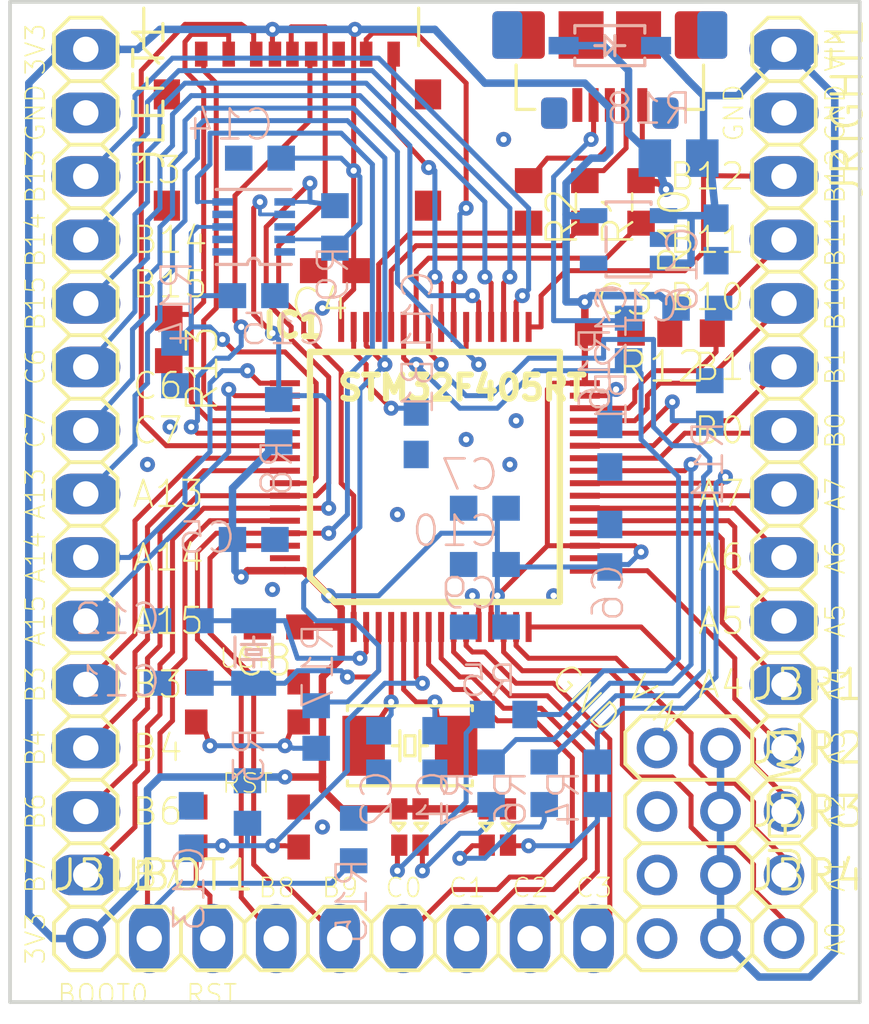
<source format=kicad_pcb>
(kicad_pcb (version 20171130) (host pcbnew 5.0.0-fee4fd1~65~ubuntu17.10.1)
  (layers (0 Top signal) (31 Bottom signal) (34 B.Paste user) (35 F.Paste user) (36 B.SilkS user) (37 F.SilkS user) (38 B.Mask user) (39 F.Mask user) (44 Edge.Cuts user))
  (net 0 "")
  (net 1 GND)
  (net 2 +3V3)
  (net 3 /IO_PB9)
  (net 4 /MMA_INT)
  (net 5 /BOOT0)
  (net 6 /MMA_SDA)
  (net 7 /MMA_SCL)
  (net 8 /MMA_AVDD)
  (net 9 /IO_PB4)
  (net 10 /IO_PB3)
  (net 11 /SDIO_CMD)
  (net 12 /SDIO_CK)
  (net 13 /SDIO_D3)
  (net 14 /SDIO_D2)
  (net 15 /IO_PA15)
  (net 16 /IO_PA14)
  (net 17 /USR_SW)
  (net 18 /FS_DP)
  (net 19 /FS_DM)
  (net 20 /LEDR2)
  (net 21 /FS_VUSB)
  (net 22 /LEDR1)
  (net 23 /SDIO_D1)
  (net 24 /SDIO_D0)
  (net 25 /IO_PC7)
  (net 26 /IO_PC6)
  (net 27 /IO_PB15)
  (net 28 /IO_PB14)
  (net 29 /IO_PB13)
  (net 30 /IO_PB12)
  (net 31 /IO_PB11)
  (net 32 /IO_PB10)
  (net 33 /IO_PB2)
  (net 34 /IO_PB1)
  (net 35 /IO_PB0)
  (net 36 /LEDG2)
  (net 37 /LEDG1)
  (net 38 /IO_PA7)
  (net 39 /IO_PA6)
  (net 40 /IO_PA5)
  (net 41 /IO_PA4)
  (net 42 /IO_PA3)
  (net 43 /IO_PA2)
  (net 44 /IO_PA1)
  (net 45 /IO_PA0)
  (net 46 /IO_PC3)
  (net 47 /IO_PC2)
  (net 48 /IO_PC1)
  (net 49 /IO_PC0)
  (net 50 /NRST)
  (net 51 "Net-(C1-Pad2)")
  (net 52 "Net-(C2-Pad2)")
  (net 53 "Net-(C11-Pad2)")
  (net 54 "Net-(C12-Pad2)")
  (net 55 /SDIO_SW)
  (net 56 "Net-(R1-Pad1)")
  (net 57 "Net-(R2-Pad1)")
  (net 58 "Net-(R4-Pad2)")
  (net 59 "Net-(R5-Pad2)")
  (net 60 "Net-(R6-Pad2)")
  (net 61 "Net-(R7-Pad2)")
  (net 62 "Net-(R17-Pad2)")
  (net 63 /VUSB)
  (net 64 "Net-(U1-PadP$4)")
  (net 65 /VIN)
  (net 66 "Net-(R16-Pad1)")
  (net 67 "Net-(C11B1-Pad1)")
  (net 68 "Net-(C12B1-Pad1)")
  (module pyboard:LQFP64 (layer Top) (at 148.5011 104.0036)
    (fp_text reference IC1 (at -7 -5.5) (layer F.SilkS) (effects (font (size 0.9652 0.9652) (thickness 0.254)) (justify left bottom)))
    (fp_text value STM32F405RT (at -4 -3) (layer F.SilkS) (effects (font (size 0.9652 0.9652) (thickness 0.254)) (justify left bottom)))
    (pad 64 smd rect (at -6 3.75) (size 1.2 0.24) (layers Top F.Paste F.Mask) (net 2 +3V3))
    (pad 63 smd rect (at -6 3.25) (size 1.2 0.24) (layers Top F.Paste F.Mask) (net 1 GND))
    (pad 62 smd rect (at -6 2.75) (size 1.2 0.24) (layers Top F.Paste F.Mask) (net 3 /IO_PB9))
    (pad 61 smd rect (at -6 2.25) (size 1.2 0.24) (layers Top F.Paste F.Mask) (net 4 /MMA_INT))
    (pad 60 smd rect (at -6 1.75) (size 1.2 0.24) (layers Top F.Paste F.Mask) (net 5 /BOOT0))
    (pad 59 smd rect (at -6 1.25) (size 1.2 0.24) (layers Top F.Paste F.Mask) (net 6 /MMA_SDA))
    (pad 58 smd rect (at -6 0.75) (size 1.2 0.24) (layers Top F.Paste F.Mask) (net 7 /MMA_SCL))
    (pad 57 smd rect (at -6 0.25) (size 1.2 0.24) (layers Top F.Paste F.Mask) (net 8 /MMA_AVDD))
    (pad 56 smd rect (at -6 -0.25) (size 1.2 0.24) (layers Top F.Paste F.Mask) (net 9 /IO_PB4))
    (pad 55 smd rect (at -6 -0.75) (size 1.2 0.24) (layers Top F.Paste F.Mask) (net 10 /IO_PB3))
    (pad 54 smd rect (at -6 -1.25) (size 1.2 0.24) (layers Top F.Paste F.Mask) (net 11 /SDIO_CMD))
    (pad 53 smd rect (at -6 -1.75) (size 1.2 0.24) (layers Top F.Paste F.Mask) (net 12 /SDIO_CK))
    (pad 52 smd rect (at -6 -2.25) (size 1.2 0.24) (layers Top F.Paste F.Mask) (net 13 /SDIO_D3))
    (pad 51 smd rect (at -6 -2.75) (size 1.2 0.24) (layers Top F.Paste F.Mask) (net 14 /SDIO_D2))
    (pad 50 smd rect (at -6 -3.25) (size 1.2 0.24) (layers Top F.Paste F.Mask) (net 15 /IO_PA15))
    (pad 49 smd rect (at -6 -3.75) (size 1.2 0.24) (layers Top F.Paste F.Mask) (net 16 /IO_PA14))
    (pad 48 smd rect (at -3.75 -6 270) (size 1.2 0.24) (layers Top F.Paste F.Mask) (net 2 +3V3))
    (pad 47 smd rect (at -3.25 -6 270) (size 1.2 0.24) (layers Top F.Paste F.Mask) (net 67 "Net-(C11B1-Pad1)"))
    (pad 46 smd rect (at -2.75 -6 270) (size 1.2 0.24) (layers Top F.Paste F.Mask) (net 17 /USR_SW))
    (pad 45 smd rect (at -2.25 -6 270) (size 1.2 0.24) (layers Top F.Paste F.Mask) (net 18 /FS_DP))
    (pad 44 smd rect (at -1.75 -6 270) (size 1.2 0.24) (layers Top F.Paste F.Mask) (net 19 /FS_DM))
    (pad 43 smd rect (at -1.25 -6 270) (size 1.2 0.24) (layers Top F.Paste F.Mask) (net 20 /LEDR2))
    (pad 42 smd rect (at -0.75 -6 270) (size 1.2 0.24) (layers Top F.Paste F.Mask) (net 21 /FS_VUSB))
    (pad 41 smd rect (at -0.25 -6 270) (size 1.2 0.24) (layers Top F.Paste F.Mask) (net 22 /LEDR1))
    (pad 40 smd rect (at 0.25 -6 270) (size 1.2 0.24) (layers Top F.Paste F.Mask) (net 23 /SDIO_D1))
    (pad 39 smd rect (at 0.75 -6 270) (size 1.2 0.24) (layers Top F.Paste F.Mask) (net 24 /SDIO_D0))
    (pad 38 smd rect (at 1.25 -6 270) (size 1.2 0.24) (layers Top F.Paste F.Mask) (net 25 /IO_PC7))
    (pad 37 smd rect (at 1.75 -6 270) (size 1.2 0.24) (layers Top F.Paste F.Mask) (net 26 /IO_PC6))
    (pad 36 smd rect (at 2.25 -6 270) (size 1.2 0.24) (layers Top F.Paste F.Mask) (net 27 /IO_PB15))
    (pad 35 smd rect (at 2.75 -6 270) (size 1.2 0.24) (layers Top F.Paste F.Mask) (net 28 /IO_PB14))
    (pad 34 smd rect (at 3.25 -6 270) (size 1.2 0.24) (layers Top F.Paste F.Mask) (net 29 /IO_PB13))
    (pad 33 smd rect (at 3.75 -6 270) (size 1.2 0.24) (layers Top F.Paste F.Mask) (net 30 /IO_PB12))
    (pad 32 smd rect (at 6 -3.75 180) (size 1.2 0.24) (layers Top F.Paste F.Mask) (net 2 +3V3))
    (pad 31 smd rect (at 6 -3.25 180) (size 1.2 0.24) (layers Top F.Paste F.Mask) (net 68 "Net-(C12B1-Pad1)"))
    (pad 30 smd rect (at 6 -2.75 180) (size 1.2 0.24) (layers Top F.Paste F.Mask) (net 31 /IO_PB11))
    (pad 29 smd rect (at 6 -2.25 180) (size 1.2 0.24) (layers Top F.Paste F.Mask) (net 32 /IO_PB10))
    (pad 28 smd rect (at 6 -1.75 180) (size 1.2 0.24) (layers Top F.Paste F.Mask) (net 33 /IO_PB2))
    (pad 27 smd rect (at 6 -1.25 180) (size 1.2 0.24) (layers Top F.Paste F.Mask) (net 34 /IO_PB1))
    (pad 26 smd rect (at 6 -0.75 180) (size 1.2 0.24) (layers Top F.Paste F.Mask) (net 35 /IO_PB0))
    (pad 25 smd rect (at 6 -0.25 180) (size 1.2 0.24) (layers Top F.Paste F.Mask) (net 36 /LEDG2))
    (pad 24 smd rect (at 6 0.25 180) (size 1.2 0.24) (layers Top F.Paste F.Mask) (net 37 /LEDG1))
    (pad 23 smd rect (at 6 0.75 180) (size 1.2 0.24) (layers Top F.Paste F.Mask) (net 38 /IO_PA7))
    (pad 22 smd rect (at 6 1.25 180) (size 1.2 0.24) (layers Top F.Paste F.Mask) (net 39 /IO_PA6))
    (pad 21 smd rect (at 6 1.75 180) (size 1.2 0.24) (layers Top F.Paste F.Mask) (net 40 /IO_PA5))
    (pad 20 smd rect (at 6 2.25 180) (size 1.2 0.24) (layers Top F.Paste F.Mask) (net 41 /IO_PA4))
    (pad 19 smd rect (at 6 2.75 180) (size 1.2 0.24) (layers Top F.Paste F.Mask) (net 2 +3V3))
    (pad 18 smd rect (at 6 3.25 180) (size 1.2 0.24) (layers Top F.Paste F.Mask) (net 1 GND))
    (pad 17 smd rect (at 6 3.75 180) (size 1.2 0.24) (layers Top F.Paste F.Mask) (net 42 /IO_PA3))
    (pad 16 smd rect (at 3.75 6 90) (size 1.2 0.24) (layers Top F.Paste F.Mask) (net 43 /IO_PA2))
    (pad 15 smd rect (at 3.25 6 90) (size 1.2 0.24) (layers Top F.Paste F.Mask) (net 44 /IO_PA1))
    (pad 14 smd rect (at 2.75 6 90) (size 1.2 0.24) (layers Top F.Paste F.Mask) (net 45 /IO_PA0))
    (pad 13 smd rect (at 2.25 6 90) (size 1.2 0.24) (layers Top F.Paste F.Mask) (net 2 +3V3))
    (pad 12 smd rect (at 1.75 6 90) (size 1.2 0.24) (layers Top F.Paste F.Mask) (net 1 GND))
    (pad 11 smd rect (at 1.25 6 90) (size 1.2 0.24) (layers Top F.Paste F.Mask) (net 46 /IO_PC3))
    (pad 10 smd rect (at 0.75 6 90) (size 1.2 0.24) (layers Top F.Paste F.Mask) (net 47 /IO_PC2))
    (pad 9 smd rect (at 0.25 6 90) (size 1.2 0.24) (layers Top F.Paste F.Mask) (net 48 /IO_PC1))
    (pad 8 smd rect (at -0.25 6 90) (size 1.2 0.24) (layers Top F.Paste F.Mask) (net 49 /IO_PC0))
    (pad 7 smd rect (at -0.75 6 90) (size 1.2 0.24) (layers Top F.Paste F.Mask) (net 50 /NRST))
    (pad 6 smd rect (at -1.25 6 90) (size 1.2 0.24) (layers Top F.Paste F.Mask) (net 51 "Net-(C1-Pad2)"))
    (pad 5 smd rect (at -1.75 6 90) (size 1.2 0.24) (layers Top F.Paste F.Mask) (net 52 "Net-(C2-Pad2)"))
    (pad 4 smd rect (at -2.25 6 90) (size 1.2 0.24) (layers Top F.Paste F.Mask) (net 53 "Net-(C11-Pad2)"))
    (pad 3 smd rect (at -2.75 6 90) (size 1.2 0.24) (layers Top F.Paste F.Mask) (net 54 "Net-(C12-Pad2)"))
    (pad 2 smd rect (at -3.25 6 90) (size 1.2 0.24) (layers Top F.Paste F.Mask) (net 55 /SDIO_SW))
    (pad 1 smd rect (at -3.75 6 90) (size 1.2 0.24) (layers Top F.Paste F.Mask) (net 2 +3V3))
  )
  (module pyboard:R0603 (layer Top) (at 154.5011 93.0036 270)
    (fp_text reference R1 (at -0.635 -0.635 270) (layer F.SilkS) (effects (font (size 1.2065 1.2065) (thickness 0.1016)) (justify right top)))
    (fp_text value 22)
    (pad 2 smd rect (at 0.85 0 270) (size 1 1.1) (layers Top F.Paste F.Mask) (net 19 /FS_DM))
    (pad 1 smd rect (at -0.85 0 270) (size 1 1.1) (layers Top F.Paste F.Mask) (net 56 "Net-(R1-Pad1)"))
  )
  (module pyboard:R0603 (layer Top) (at 152.2511 93.0036 270)
    (fp_text reference R2 (at -0.635 -0.635 270) (layer F.SilkS) (effects (font (size 1.2065 1.2065) (thickness 0.1016)) (justify right top)))
    (fp_text value 22)
    (pad 2 smd rect (at 0.85 0 270) (size 1 1.1) (layers Top F.Paste F.Mask) (net 18 /FS_DP))
    (pad 1 smd rect (at -0.85 0 270) (size 1 1.1) (layers Top F.Paste F.Mask) (net 57 "Net-(R2-Pad1)"))
  )
  (module pyboard:C0603 (layer Top) (at 155.5011 98.2536)
    (fp_text reference C3 (at -0.635 -0.635) (layer F.SilkS) (effects (font (size 1.2065 1.2065) (thickness 0.09652)) (justify left bottom)))
    (fp_text value 100n)
    (pad 2 smd rect (at 0.85 0) (size 1.1 1) (layers Top F.Paste F.Mask) (net 1 GND))
    (pad 1 smd rect (at -0.85 0) (size 1.1 1) (layers Top F.Paste F.Mask) (net 2 +3V3))
  )
  (module pyboard:C0603 (layer Top) (at 144.5011 95.7536 180)
    (fp_text reference C4 (at -0.635 -0.635 180) (layer F.SilkS) (effects (font (size 1.2065 1.2065) (thickness 0.1016)) (justify right top)))
    (fp_text value 100n)
    (pad 2 smd rect (at 0.85 0 180) (size 1.1 1) (layers Top F.Paste F.Mask) (net 1 GND))
    (pad 1 smd rect (at -0.85 0 180) (size 1.1 1) (layers Top F.Paste F.Mask) (net 2 +3V3))
  )
  (module pyboard:C0603 (layer Bottom) (at 141.2511 106.5036)
    (fp_text reference C5 (at -0.635 0.635) (layer B.SilkS) (effects (font (size 1.2065 1.2065) (thickness 0.1016)) (justify left bottom mirror)))
    (fp_text value 100n)
    (pad 2 smd rect (at 0.85 0) (size 1.1 1) (layers Bottom B.Paste B.Mask) (net 1 GND))
    (pad 1 smd rect (at -0.85 0) (size 1.1 1) (layers Bottom B.Paste B.Mask) (net 2 +3V3))
  )
  (module pyboard:C0603 (layer Bottom) (at 155.5011 106.7536 90)
    (fp_text reference C6 (at -0.635 0.635 90) (layer B.SilkS) (effects (font (size 1.2065 1.2065) (thickness 0.09652)) (justify left bottom mirror)))
    (fp_text value 100n)
    (pad 2 smd rect (at 0.85 0 90) (size 1.1 1) (layers Bottom B.Paste B.Mask) (net 1 GND))
    (pad 1 smd rect (at -0.85 0 90) (size 1.1 1) (layers Bottom B.Paste B.Mask) (net 2 +3V3))
  )
  (module pyboard:C0603 (layer Top) (at 142.2511 110.0036 180)
    (fp_text reference C8 (at -0.635 -0.635 180) (layer F.SilkS) (effects (font (size 1.2065 1.2065) (thickness 0.1016)) (justify right top)))
    (fp_text value 100n)
    (pad 2 smd rect (at 0.85 0 180) (size 1.1 1) (layers Top F.Paste F.Mask) (net 1 GND))
    (pad 1 smd rect (at -0.85 0 180) (size 1.1 1) (layers Top F.Paste F.Mask) (net 2 +3V3))
  )
  (module pyboard:C0603 (layer Bottom) (at 150.5011 110.0036 180)
    (fp_text reference C9 (at -0.635 0.635 180) (layer B.SilkS) (effects (font (size 1.2065 1.2065) (thickness 0.1016)) (justify left bottom mirror)))
    (fp_text value 100n)
    (pad 2 smd rect (at 0.85 0 180) (size 1.1 1) (layers Bottom B.Paste B.Mask) (net 1 GND))
    (pad 1 smd rect (at -0.85 0 180) (size 1.1 1) (layers Bottom B.Paste B.Mask) (net 2 +3V3))
  )
  (module pyboard:C0603 (layer Bottom) (at 148.5011 115.0036 90)
    (fp_text reference C1 (at -0.635 0.635 90) (layer B.SilkS) (effects (font (size 1.2065 1.2065) (thickness 0.09652)) (justify left bottom mirror)))
    (fp_text value 12p)
    (pad 2 smd rect (at 0.85 0 90) (size 1.1 1) (layers Bottom B.Paste B.Mask) (net 51 "Net-(C1-Pad2)"))
    (pad 1 smd rect (at -0.85 0 90) (size 1.1 1) (layers Bottom B.Paste B.Mask) (net 1 GND))
  )
  (module pyboard:C0603 (layer Bottom) (at 146.2511 115.0036 90)
    (fp_text reference C2 (at -0.635 0.635 90) (layer B.SilkS) (effects (font (size 1.2065 1.2065) (thickness 0.09652)) (justify left bottom mirror)))
    (fp_text value 12p)
    (pad 2 smd rect (at 0.85 0 90) (size 1.1 1) (layers Bottom B.Paste B.Mask) (net 52 "Net-(C2-Pad2)"))
    (pad 1 smd rect (at -0.85 0 90) (size 1.1 1) (layers Bottom B.Paste B.Mask) (net 1 GND))
  )
  (module pyboard:C0603 (layer Bottom) (at 150.5011 107.5036 180)
    (fp_text reference C10 (at -0.635 0.635 180) (layer B.SilkS) (effects (font (size 1.2065 1.2065) (thickness 0.1016)) (justify left bottom mirror)))
    (fp_text value 1u)
    (pad 2 smd rect (at 0.85 0 180) (size 1.1 1) (layers Bottom B.Paste B.Mask) (net 1 GND))
    (pad 1 smd rect (at -0.85 0 180) (size 1.1 1) (layers Bottom B.Paste B.Mask) (net 2 +3V3))
  )
  (module pyboard:C0603 (layer Bottom) (at 150.5011 105.2536 180)
    (fp_text reference C7 (at -0.635 0.635 180) (layer B.SilkS) (effects (font (size 1.2065 1.2065) (thickness 0.1016)) (justify left bottom mirror)))
    (fp_text value 4u7)
    (pad 2 smd rect (at 0.85 0 180) (size 1.1 1) (layers Bottom B.Paste B.Mask) (net 1 GND))
    (pad 1 smd rect (at -0.85 0 180) (size 1.1 1) (layers Bottom B.Paste B.Mask) (net 2 +3V3))
  )
  (module pyboard:R0603 (layer Bottom) (at 141.0011 117.0036 270)
    (fp_text reference R3 (at -0.635 0.635 90) (layer B.SilkS) (effects (font (size 1.2065 1.2065) (thickness 0.09652)) (justify right top mirror)))
    (fp_text value 10k)
    (pad 2 smd rect (at 0.85 0 270) (size 1 1.1) (layers Bottom B.Paste B.Mask) (net 50 /NRST))
    (pad 1 smd rect (at -0.85 0 270) (size 1 1.1) (layers Bottom B.Paste B.Mask) (net 2 +3V3))
  )
  (module pyboard:R0603 (layer Bottom) (at 155.0011 116.2536 270)
    (fp_text reference R4 (at -0.635 0.635 270) (layer B.SilkS) (effects (font (size 1.2065 1.2065) (thickness 0.1016)) (justify left bottom mirror)))
    (fp_text value 560)
    (pad 2 smd rect (at 0.85 0 270) (size 1 1.1) (layers Bottom B.Paste B.Mask) (net 58 "Net-(R4-Pad2)"))
    (pad 1 smd rect (at -0.85 0 270) (size 1 1.1) (layers Bottom B.Paste B.Mask) (net 37 /LEDG1))
  )
  (module pyboard:C0603 (layer Bottom) (at 155.5011 102.7536 270)
    (fp_text reference C12B1 (at -0.635 0.635 90) (layer B.SilkS) (effects (font (size 1.2065 1.2065) (thickness 0.09652)) (justify right top mirror)))
    (fp_text value 2u2)
    (pad 2 smd rect (at 0.85 0 270) (size 1.1 1) (layers Bottom B.Paste B.Mask) (net 1 GND))
    (pad 1 smd rect (at -0.85 0 270) (size 1.1 1) (layers Bottom B.Paste B.Mask) (net 68 "Net-(C12B1-Pad1)"))
  )
  (module pyboard:C0603 (layer Bottom) (at 147.7511 102.2536 270)
    (fp_text reference C11B1 (at -0.635 0.635 90) (layer B.SilkS) (effects (font (size 1.2065 1.2065) (thickness 0.09652)) (justify right top mirror)))
    (fp_text value 2u2)
    (pad 2 smd rect (at 0.85 0 270) (size 1.1 1) (layers Bottom B.Paste B.Mask) (net 1 GND))
    (pad 1 smd rect (at -0.85 0 270) (size 1.1 1) (layers Bottom B.Paste B.Mask) (net 67 "Net-(C11B1-Pad1)"))
  )
  (module pyboard:R0603 (layer Bottom) (at 151.2511 113.5036 180)
    (fp_text reference R5 (at -0.635 0.635 180) (layer B.SilkS) (effects (font (size 1.2065 1.2065) (thickness 0.1016)) (justify left bottom mirror)))
    (fp_text value 560)
    (pad 2 smd rect (at 0.85 0 180) (size 1 1.1) (layers Bottom B.Paste B.Mask) (net 59 "Net-(R5-Pad2)"))
    (pad 1 smd rect (at -0.85 0 180) (size 1 1.1) (layers Bottom B.Paste B.Mask) (net 20 /LEDR2))
  )
  (module pyboard:R0603 (layer Bottom) (at 152.8761 116.2536 270)
    (fp_text reference R6 (at -0.635 0.635 270) (layer B.SilkS) (effects (font (size 1.2065 1.2065) (thickness 0.1016)) (justify left bottom mirror)))
    (fp_text value 560)
    (pad 2 smd rect (at 0.85 0 270) (size 1 1.1) (layers Bottom B.Paste B.Mask) (net 60 "Net-(R6-Pad2)"))
    (pad 1 smd rect (at -0.85 0 270) (size 1 1.1) (layers Bottom B.Paste B.Mask) (net 22 /LEDR1))
  )
  (module pyboard:R0603 (layer Bottom) (at 150.7511 116.2536 270)
    (fp_text reference R7 (at -0.635 0.635 270) (layer B.SilkS) (effects (font (size 1.2065 1.2065) (thickness 0.1016)) (justify left bottom mirror)))
    (fp_text value 560)
    (pad 2 smd rect (at 0.85 0 270) (size 1 1.1) (layers Bottom B.Paste B.Mask) (net 61 "Net-(R7-Pad2)"))
    (pad 1 smd rect (at -0.85 0 270) (size 1 1.1) (layers Bottom B.Paste B.Mask) (net 36 /LEDG2))
  )
  (module pyboard:C0603 (layer Bottom) (at 138.7511 118.0036 90)
    (fp_text reference C13 (at -0.635 0.635 90) (layer B.SilkS) (effects (font (size 1.2065 1.2065) (thickness 0.09652)) (justify left bottom mirror)))
    (fp_text value 100n)
    (pad 2 smd rect (at 0.85 0 90) (size 1.1 1) (layers Bottom B.Paste B.Mask) (net 1 GND))
    (pad 1 smd rect (at -0.85 0 90) (size 1.1 1) (layers Bottom B.Paste B.Mask) (net 50 /NRST))
  )
  (module pyboard:KMR4SWITCH (layer Top) (at 141.0011 118.0036)
    (fp_text reference U$2 hide)
    (fp_text value KMR4TACTILE hide)
    (pad P$4 smd rect (at 2.05 0.8 90) (size 1 0.9) (layers Top F.Paste F.Mask) (net 50 /NRST))
    (pad P$3 smd rect (at -2.05 0.8 90) (size 1 0.9) (layers Top F.Paste F.Mask) (net 50 /NRST))
    (pad P$2 smd rect (at -2.05 -0.8 90) (size 1 0.9) (layers Top F.Paste F.Mask) (net 1 GND))
    (pad P$1 smd rect (at 2.05 -0.8 90) (size 1 0.9) (layers Top F.Paste F.Mask) (net 1 GND))
  )
  (module pyboard:KMR4SWITCH (layer Top) (at 141.0011 113.0036)
    (fp_text reference U$3 hide)
    (fp_text value KMR4TACTILE hide)
    (pad P$4 smd rect (at 2.05 0.8 90) (size 1 0.9) (layers Top F.Paste F.Mask) (net 62 "Net-(R17-Pad2)"))
    (pad P$3 smd rect (at -2.05 0.8 90) (size 1 0.9) (layers Top F.Paste F.Mask) (net 62 "Net-(R17-Pad2)"))
    (pad P$2 smd rect (at -2.05 -0.8 90) (size 1 0.9) (layers Top F.Paste F.Mask) (net 1 GND))
    (pad P$1 smd rect (at 2.05 -0.8 90) (size 1 0.9) (layers Top F.Paste F.Mask) (net 1 GND))
  )
  (module pyboard:MOLEX-SD-105027-PKG (layer Top) (at 143.0011 93.7536 180)
    (fp_text reference U$4 hide)
    (fp_text value MOLEX-SD-105027 hide)
    (pad G$1 smd rect (at 0.2 6.66 180) (size 0.5 1) (layers Top F.Paste F.Mask) (net 55 /SDIO_SW))
    (pad P$8 smd rect (at -3.85 6.66 180) (size 0.5 1) (layers Top F.Paste F.Mask) (net 23 /SDIO_D1))
    (pad P$1 smd rect (at 3.85 6.66 180) (size 0.5 1) (layers Top F.Paste F.Mask) (net 14 /SDIO_D2))
    (pad P$2 smd rect (at 2.75 6.66 180) (size 0.5 1) (layers Top F.Paste F.Mask) (net 13 /SDIO_D3))
    (pad P$3 smd rect (at 1.65 6.66 180) (size 0.5 1) (layers Top F.Paste F.Mask) (net 11 /SDIO_CMD))
    (pad P$4 smd rect (at 0.9 6.66 180) (size 0.5 1) (layers Top F.Paste F.Mask) (net 2 +3V3))
    (pad P$5 smd rect (at -0.55 6.66 180) (size 0.5 1) (layers Top F.Paste F.Mask) (net 12 /SDIO_CK))
    (pad P$6 smd rect (at -1.65 6.66 180) (size 0.5 1) (layers Top F.Paste F.Mask) (net 1 GND))
    (pad P$7 smd rect (at -2.75 6.66 180) (size 0.5 1) (layers Top F.Paste F.Mask) (net 24 /SDIO_D0))
    (pad M$3 smd rect (at -5.225 0.6 180) (size 1.05 1.2) (layers Top F.Paste F.Mask))
    (pad M$4 smd rect (at -5.225 5.05 180) (size 1.05 1.2) (layers Top F.Paste F.Mask))
    (pad M$2 smd rect (at 5.225 5.05 180) (size 1.05 1.2) (layers Top F.Paste F.Mask))
    (pad M$1 smd rect (at 5.225 0.6 180) (size 1.05 1.2) (layers Top F.Paste F.Mask))
  )
  (module pyboard:DFN10 (layer Bottom) (at 141.2511 94.0036 270)
    (fp_text reference U$5 hide)
    (fp_text value MMA7660 hide)
    (pad P$10 smd rect (at 1 -1.24 270) (size 0.3 0.825) (layers Bottom B.Paste B.Mask) (net 1 GND))
    (pad P$9 smd rect (at 0.5 -1.24 270) (size 0.3 0.825) (layers Bottom B.Paste B.Mask) (net 2 +3V3))
    (pad P$8 smd rect (at 0 -1.24 270) (size 0.3 0.825) (layers Bottom B.Paste B.Mask) (net 1 GND))
    (pad P$7 smd rect (at -0.5 -1.24 270) (size 0.3 0.825) (layers Bottom B.Paste B.Mask) (net 6 /MMA_SDA))
    (pad P$6 smd rect (at -1 -1.24 270) (size 0.3 0.825) (layers Bottom B.Paste B.Mask) (net 7 /MMA_SCL))
    (pad P$5 smd rect (at -1 1.24 270) (size 0.3 0.825) (layers Bottom B.Paste B.Mask) (net 4 /MMA_INT))
    (pad P$4 smd rect (at -0.5 1.24 270) (size 0.3 0.825) (layers Bottom B.Paste B.Mask) (net 1 GND))
    (pad P$3 smd rect (at 0 1.24 270) (size 0.3 0.825) (layers Bottom B.Paste B.Mask) (net 8 /MMA_AVDD))
    (pad P$2 smd rect (at 0.5 1.24 270) (size 0.3 0.825) (layers Bottom B.Paste B.Mask) (net 1 GND))
    (pad P$1 smd rect (at 1 1.24 270) (size 0.3 0.825) (layers Bottom B.Paste B.Mask) (net 1 GND))
  )
  (module pyboard:C0603 (layer Bottom) (at 141.5011 91.2536 180)
    (fp_text reference C14 (at -0.635 0.635) (layer B.SilkS) (effects (font (size 1.2065 1.2065) (thickness 0.09652)) (justify left bottom mirror)))
    (fp_text value 100n)
    (pad 2 smd rect (at 0.85 0 180) (size 1.1 1) (layers Bottom B.Paste B.Mask) (net 1 GND))
    (pad 1 smd rect (at -0.85 0 180) (size 1.1 1) (layers Bottom B.Paste B.Mask) (net 2 +3V3))
  )
  (module pyboard:C0603 (layer Bottom) (at 141.2511 96.7536)
    (fp_text reference C15 (at -0.635 0.635) (layer B.SilkS) (effects (font (size 1.2065 1.2065) (thickness 0.09652)) (justify right top mirror)))
    (fp_text value 100n)
    (pad 2 smd rect (at 0.85 0) (size 1.1 1) (layers Bottom B.Paste B.Mask) (net 1 GND))
    (pad 1 smd rect (at -0.85 0) (size 1.1 1) (layers Bottom B.Paste B.Mask) (net 8 /MMA_AVDD))
  )
  (module pyboard:R0603 (layer Bottom) (at 142.2511 101.7536 90)
    (fp_text reference R8 (at -0.635 0.635 90) (layer B.SilkS) (effects (font (size 1.2065 1.2065) (thickness 0.09652)) (justify left bottom mirror)))
    (fp_text value 4k7)
    (pad 2 smd rect (at 0.85 0 90) (size 1 1.1) (layers Bottom B.Paste B.Mask) (net 6 /MMA_SDA))
    (pad 1 smd rect (at -0.85 0 90) (size 1 1.1) (layers Bottom B.Paste B.Mask) (net 2 +3V3))
  )
  (module pyboard:R0603 (layer Bottom) (at 144.5011 94.0036 90)
    (fp_text reference R9 (at -0.635 0.635 90) (layer B.SilkS) (effects (font (size 1.2065 1.2065) (thickness 0.09652)) (justify left bottom mirror)))
    (fp_text value 4k7)
    (pad 2 smd rect (at 0.85 0 90) (size 1 1.1) (layers Bottom B.Paste B.Mask) (net 7 /MMA_SCL))
    (pad 1 smd rect (at -0.85 0 90) (size 1 1.1) (layers Bottom B.Paste B.Mask) (net 2 +3V3))
  )
  (module pyboard:R0603 (layer Top) (at 156.7511 93.0036 270)
    (fp_text reference R10 (at -0.635 -0.635 270) (layer F.SilkS) (effects (font (size 1.2065 1.2065) (thickness 0.1016)) (justify right top)))
    (fp_text value 1k)
    (pad 2 smd rect (at 0.85 0 270) (size 1 1.1) (layers Top F.Paste F.Mask) (net 21 /FS_VUSB))
    (pad 1 smd rect (at -0.85 0 270) (size 1 1.1) (layers Top F.Paste F.Mask) (net 63 /VUSB))
  )
  (module pyboard:C0603 (layer Bottom) (at 138.2511 112.2536)
    (fp_text reference C11 (at -0.635 0.635) (layer B.SilkS) (effects (font (size 1.2065 1.2065) (thickness 0.1016)) (justify left bottom mirror)))
    (fp_text value 12p)
    (pad 2 smd rect (at 0.85 0) (size 1.1 1) (layers Bottom B.Paste B.Mask) (net 53 "Net-(C11-Pad2)"))
    (pad 1 smd rect (at -0.85 0) (size 1.1 1) (layers Bottom B.Paste B.Mask) (net 1 GND))
  )
  (module pyboard:C0603 (layer Bottom) (at 138.2511 109.7536)
    (fp_text reference C12 (at -0.635 0.635) (layer B.SilkS) (effects (font (size 1.2065 1.2065) (thickness 0.1016)) (justify left bottom mirror)))
    (fp_text value 12p)
    (pad 2 smd rect (at 0.85 0) (size 1.1 1) (layers Bottom B.Paste B.Mask) (net 54 "Net-(C12-Pad2)"))
    (pad 1 smd rect (at -0.85 0) (size 1.1 1) (layers Bottom B.Paste B.Mask) (net 1 GND))
  )
  (module pyboard:TXC-SMD-50X32 (layer Top) (at 147.5011 114.7536)
    (fp_text reference Q1 hide)
    (fp_text value 8MHz hide)
    (pad P$2 smd rect (at 1.85 0) (size 1.7 2.4) (layers Top F.Paste F.Mask) (net 51 "Net-(C1-Pad2)"))
    (pad P$1 smd rect (at -1.85 0) (size 1.7 2.4) (layers Top F.Paste F.Mask) (net 52 "Net-(C2-Pad2)"))
  )
  (module pyboard:TXC-SMD-32X15 (layer Bottom) (at 141.2511 111.0036 270)
    (fp_text reference Q2 hide)
    (fp_text value 32.768kHz hide)
    (pad P$2 smd rect (at 1.25 0 270) (size 1 1.8) (layers Bottom B.Paste B.Mask) (net 53 "Net-(C11-Pad2)"))
    (pad P$1 smd rect (at -1.25 0 270) (size 1 1.8) (layers Bottom B.Paste B.Mask) (net 54 "Net-(C12-Pad2)"))
  )
  (module pyboard:SOT-23-5 (layer Bottom) (at 156.2511 94.5036 270)
    (fp_text reference U1 hide)
    (fp_text value MCP1802 hide)
    (pad P$5 smd rect (at -0.95 1.4 270) (size 0.6 1.1) (layers Bottom B.Paste B.Mask) (net 2 +3V3))
    (pad P$4 smd rect (at 0.95 1.4 270) (size 0.6 1.1) (layers Bottom B.Paste B.Mask) (net 64 "Net-(U1-PadP$4)"))
    (pad P$3 smd rect (at 0.95 -1.4 270) (size 0.6 1.1) (layers Bottom B.Paste B.Mask) (net 65 /VIN))
    (pad P$2 smd rect (at 0 -1.4 270) (size 0.6 1.1) (layers Bottom B.Paste B.Mask) (net 1 GND))
    (pad P$1 smd rect (at -0.95 -1.4 270) (size 0.6 1.1) (layers Bottom B.Paste B.Mask) (net 65 /VIN))
  )
  (module pyboard:C0603 (layer Bottom) (at 159.7511 94.5036 270)
    (fp_text reference C16 (at -0.635 0.635 270) (layer B.SilkS) (effects (font (size 1.2065 1.2065) (thickness 0.1016)) (justify left bottom mirror)))
    (fp_text value 1u)
    (pad 2 smd rect (at 0.85 0 270) (size 1.1 1) (layers Bottom B.Paste B.Mask) (net 1 GND))
    (pad 1 smd rect (at -0.85 0 270) (size 1.1 1) (layers Bottom B.Paste B.Mask) (net 65 /VIN))
  )
  (module pyboard:C0603 (layer Bottom) (at 159.0011 97.2536)
    (fp_text reference C17 (at -0.635 0.635) (layer B.SilkS) (effects (font (size 1.2065 1.2065) (thickness 0.1016)) (justify left bottom mirror)))
    (fp_text value 1u)
    (pad 2 smd rect (at 0.85 0) (size 1.1 1) (layers Bottom B.Paste B.Mask) (net 1 GND))
    (pad 1 smd rect (at -0.85 0) (size 1.1 1) (layers Bottom B.Paste B.Mask) (net 2 +3V3))
  )
  (module pyboard:SOD-123 (layer Bottom) (at 155.5011 86.7536)
    (fp_text reference D1 hide)
    (fp_text value 1N5819 hide)
    (pad K smd rect (at 1.85 0) (size 1.2 0.7) (layers Bottom B.Paste B.Mask) (net 65 /VIN))
    (pad A smd rect (at -1.85 0) (size 1.2 0.7) (layers Bottom B.Paste B.Mask) (net 63 /VUSB))
  )
  (module pyboard:R0603 (layer Bottom) (at 159.5011 101.0036 90)
    (fp_text reference R11 (at -0.635 0.635 90) (layer B.SilkS) (effects (font (size 1.2065 1.2065) (thickness 0.1016)) (justify left bottom mirror)))
    (fp_text value 1k)
    (pad 2 smd rect (at 0.85 0 90) (size 1 1.1) (layers Bottom B.Paste B.Mask) (net 1 GND))
    (pad 1 smd rect (at -0.85 0 90) (size 1 1.1) (layers Bottom B.Paste B.Mask) (net 33 /IO_PB2))
  )
  (module pyboard:R0603 (layer Top) (at 158.7511 98.2536 180)
    (fp_text reference R12 (at -0.635 -0.635) (layer F.SilkS) (effects (font (size 1.2065 1.2065) (thickness 0.09652)) (justify right top)))
    (fp_text value 100k)
    (pad 2 smd rect (at 0.85 0 180) (size 1 1.1) (layers Top F.Paste F.Mask) (net 1 GND))
    (pad 1 smd rect (at -0.85 0 180) (size 1 1.1) (layers Top F.Paste F.Mask) (net 31 /IO_PB11))
  )
  (module pyboard:R0603 (layer Top) (at 137.8511 98.5036 270)
    (fp_text reference R13 (at -0.635 -0.635 90) (layer F.SilkS) (effects (font (size 1.2065 1.2065) (thickness 0.09652)) (justify right top)))
    (fp_text value 10M)
    (pad 2 smd rect (at 0.85 0 270) (size 1 1.1) (layers Top F.Paste F.Mask) (net 1 GND))
    (pad 1 smd rect (at -0.85 0 270) (size 1 1.1) (layers Top F.Paste F.Mask) (net 13 /SDIO_D3))
  )
  (module pyboard:R0603 (layer Bottom) (at 138.1011 99.5036 270)
    (fp_text reference R14 (at -0.635 0.635 90) (layer B.SilkS) (effects (font (size 1.2065 1.2065) (thickness 0.09652)) (justify right top mirror)))
    (fp_text value 100k)
    (pad 2 smd rect (at 0.85 0 270) (size 1 1.1) (layers Bottom B.Paste B.Mask) (net 1 GND))
    (pad 1 smd rect (at -0.85 0 270) (size 1 1.1) (layers Bottom B.Paste B.Mask) (net 8 /MMA_AVDD))
  )
  (module pyboard:R0603 (layer Bottom) (at 145.2511 118.5036 90)
    (fp_text reference R15 (at -0.635 0.635 90) (layer B.SilkS) (effects (font (size 1.2065 1.2065) (thickness 0.09652)) (justify left bottom mirror)))
    (fp_text value 100k)
    (pad 2 smd rect (at 0.85 0 90) (size 1 1.1) (layers Bottom B.Paste B.Mask) (net 1 GND))
    (pad 1 smd rect (at -0.85 0 90) (size 1 1.1) (layers Bottom B.Paste B.Mask) (net 5 /BOOT0))
  )
  (module pyboard:LTST-BILED-15X16 (layer Top) (at 151.0011 118.0036)
    (fp_text reference U$1 hide)
    (fp_text value LTST-C195KGJRKT hide)
    (pad P$4 smd rect (at -0.425 0.725) (size 0.65 0.85) (layers Top F.Paste F.Mask) (net 60 "Net-(R6-Pad2)"))
    (pad P$3 smd rect (at 0.425 0.725) (size 0.65 0.85) (layers Top F.Paste F.Mask) (net 58 "Net-(R4-Pad2)"))
    (pad P$2 smd rect (at -0.425 -0.725) (size 0.65 0.85) (layers Top F.Paste F.Mask) (net 2 +3V3))
    (pad P$1 smd rect (at 0.425 -0.725) (size 0.65 0.85) (layers Top F.Paste F.Mask) (net 2 +3V3))
  )
  (module pyboard:LTST-BILED-15X16 (layer Top) (at 147.5011 118.0036)
    (fp_text reference U$6 hide)
    (fp_text value LTST-C195KGJRKT hide)
    (pad P$4 smd rect (at -0.425 0.725) (size 0.65 0.85) (layers Top F.Paste F.Mask) (net 59 "Net-(R5-Pad2)"))
    (pad P$3 smd rect (at 0.425 0.725) (size 0.65 0.85) (layers Top F.Paste F.Mask) (net 61 "Net-(R7-Pad2)"))
    (pad P$2 smd rect (at -0.425 -0.725) (size 0.65 0.85) (layers Top F.Paste F.Mask) (net 2 +3V3))
    (pad P$1 smd rect (at 0.425 -0.725) (size 0.65 0.85) (layers Top F.Paste F.Mask) (net 2 +3V3))
  )
  (module pyboard:HRS-USB-ZX62D-AB-5P8-PKG (layer Top) (at 155.5011 86.3286 180)
    (fp_text reference U$7 hide)
    (fp_text value USB-MICRO-AB hide)
    (pad P$15 smd roundrect (at -4.1 0 180) (size 1.2 1.9) (layers Bottom B.Paste B.Mask) (roundrect_rratio 0.155))
    (pad P$14 smd roundrect (at 4.1 0 180) (size 1.2 1.9) (layers Bottom B.Paste B.Mask) (roundrect_rratio 0.155))
    (pad P$13 smd roundrect (at 2.225 -3.125 180) (size 1.05 1.25) (layers Bottom B.Paste B.Mask) (roundrect_rratio 0.2))
    (pad P$12 smd roundrect (at -2.225 -3.125 180) (size 1.05 1.25) (layers Bottom B.Paste B.Mask) (roundrect_rratio 0.2))
    (pad P$11 smd roundrect (at 2.225 -3.125 180) (size 1.05 1.25) (layers Top F.Paste F.Mask) (roundrect_rratio 0.2))
    (pad P$10 smd roundrect (at -2.225 -3.125 180) (size 1.05 1.25) (layers Top F.Paste F.Mask) (roundrect_rratio 0.2))
    (pad P$9 smd roundrect (at 3.65 0 180) (size 2.1 1.9) (layers Top F.Paste F.Mask) (roundrect_rratio 0.1))
    (pad P$8 smd roundrect (at -3.65 0 180) (size 2.1 1.9) (layers Top F.Paste F.Mask) (roundrect_rratio 0.1))
    (pad P$7 smd rect (at 1.15 0 180) (size 1.8 1.9) (layers Top F.Paste F.Mask))
    (pad P$6 smd rect (at -1.15 0 180) (size 1.8 1.9) (layers Top F.Paste F.Mask))
    (pad P$5 smd rect (at 1.3 -2.8 180) (size 0.4 1.35) (layers Top F.Paste F.Mask) (net 1 GND))
    (pad P$4 smd rect (at 0.65 -2.8 180) (size 0.4 1.35) (layers Top F.Paste F.Mask) (net 66 "Net-(R16-Pad1)"))
    (pad P$3 smd rect (at 0 -2.8 180) (size 0.4 1.35) (layers Top F.Paste F.Mask) (net 57 "Net-(R2-Pad1)"))
    (pad P$2 smd rect (at -0.65 -2.8 180) (size 0.4 1.35) (layers Top F.Paste F.Mask) (net 56 "Net-(R1-Pad1)"))
    (pad P$1 smd rect (at -1.3 -2.8 180) (size 0.4 1.35) (layers Top F.Paste F.Mask) (net 63 /VUSB))
  )
  (module pyboard:1X01 (layer Top) (at 134.5311 122.4636)
    (fp_text reference JBL1 (at -1.3462 -1.8288) (layer F.SilkS) (effects (font (size 1.2065 1.2065) (thickness 0.127)) (justify left bottom)))
    (fp_text value 1)
    (pad 1 thru_hole circle (at 0 0) (size 1.6256 1.6256) (drill 1.016) (layers *.Cu *.Mask) (net 2 +3V3))
  )
  (module pyboard:1X01 (layer Top) (at 162.4711 122.4636)
    (fp_text reference JBR4 (at -1.3462 -1.8288) (layer F.SilkS) (effects (font (size 1.2065 1.2065) (thickness 0.127)) (justify left bottom)))
    (fp_text value 1)
    (pad 1 thru_hole circle (at 0 0) (size 1.6256 1.6256) (drill 1.016) (layers *.Cu *.Mask) (net 45 /IO_PA0))
  )
  (module pyboard:2X04 (layer Top) (at 158.6611 118.6536 270)
    (fp_text reference JPOW1 (at -5.08 -3.175 270) (layer F.SilkS) (effects (font (size 1.2065 1.2065) (thickness 0.127)) (justify right top)))
    (fp_text value 8)
    (pad 8 thru_hole circle (at 3.81 -1.27 270) (size 1.6256 1.6256) (drill 1.016) (layers *.Cu *.Mask) (net 65 /VIN))
    (pad 7 thru_hole circle (at 3.81 1.27 270) (size 1.6256 1.6256) (drill 1.016) (layers *.Cu *.Mask) (net 1 GND))
    (pad 6 thru_hole circle (at 1.27 -1.27 270) (size 1.6256 1.6256) (drill 1.016) (layers *.Cu *.Mask) (net 65 /VIN))
    (pad 5 thru_hole circle (at 1.27 1.27 270) (size 1.6256 1.6256) (drill 1.016) (layers *.Cu *.Mask) (net 1 GND))
    (pad 4 thru_hole circle (at -1.27 -1.27 270) (size 1.6256 1.6256) (drill 1.016) (layers *.Cu *.Mask) (net 65 /VIN))
    (pad 3 thru_hole circle (at -1.27 1.27 270) (size 1.6256 1.6256) (drill 1.016) (layers *.Cu *.Mask) (net 1 GND))
    (pad 2 thru_hole circle (at -3.81 -1.27 270) (size 1.6256 1.6256) (drill 1.016) (layers *.Cu *.Mask) (net 65 /VIN))
    (pad 1 thru_hole circle (at -3.81 1.27 270) (size 1.6256 1.6256) (drill 1.016) (layers *.Cu *.Mask) (net 1 GND))
  )
  (module pyboard:1X08 (layer Top) (at 145.9611 122.4636)
    (fp_text reference JBOT1 (at -10.2362 -1.8288) (layer F.SilkS) (effects (font (size 1.2065 1.2065) (thickness 0.127)) (justify left bottom)))
    (fp_text value 8)
    (pad 8 thru_hole oval (at 8.89 0 90) (size 2.76352 1.6256) (drill 1.016) (layers *.Cu *.Mask) (net 46 /IO_PC3))
    (pad 7 thru_hole oval (at 6.35 0 90) (size 2.76352 1.6256) (drill 1.016) (layers *.Cu *.Mask) (net 47 /IO_PC2))
    (pad 6 thru_hole oval (at 3.81 0 90) (size 2.76352 1.6256) (drill 1.016) (layers *.Cu *.Mask) (net 48 /IO_PC1))
    (pad 5 thru_hole oval (at 1.27 0 90) (size 2.76352 1.6256) (drill 1.016) (layers *.Cu *.Mask) (net 49 /IO_PC0))
    (pad 4 thru_hole oval (at -1.27 0 90) (size 2.76352 1.6256) (drill 1.016) (layers *.Cu *.Mask) (net 3 /IO_PB9))
    (pad 3 thru_hole oval (at -3.81 0 90) (size 2.76352 1.6256) (drill 1.016) (layers *.Cu *.Mask) (net 4 /MMA_INT))
    (pad 2 thru_hole oval (at -6.35 0 90) (size 2.76352 1.6256) (drill 1.016) (layers *.Cu *.Mask) (net 50 /NRST))
    (pad 1 thru_hole oval (at -8.89 0 90) (size 2.76352 1.6256) (drill 1.016) (layers *.Cu *.Mask) (net 5 /BOOT0))
  )
  (module pyboard:1X01 (layer Top) (at 162.4711 119.9236)
    (fp_text reference JBR3 (at -1.3462 -1.8288) (layer F.SilkS) (effects (font (size 1.2065 1.2065) (thickness 0.127)) (justify left bottom)))
    (fp_text value 1)
    (pad 1 thru_hole circle (at 0 0) (size 1.6256 1.6256) (drill 1.016) (layers *.Cu *.Mask) (net 44 /IO_PA1))
  )
  (module pyboard:1X01 (layer Top) (at 162.4711 117.3836)
    (fp_text reference JBR2 (at -1.3462 -1.8288) (layer F.SilkS) (effects (font (size 1.2065 1.2065) (thickness 0.127)) (justify left bottom)))
    (fp_text value 1)
    (pad 1 thru_hole circle (at 0 0) (size 1.6256 1.6256) (drill 1.016) (layers *.Cu *.Mask) (net 43 /IO_PA2))
  )
  (module pyboard:1X01 (layer Top) (at 162.4711 114.8436)
    (fp_text reference JBR1 (at -1.3462 -1.8288) (layer F.SilkS) (effects (font (size 1.2065 1.2065) (thickness 0.127)) (justify left bottom)))
    (fp_text value 1)
    (pad 1 thru_hole circle (at 0 0) (size 1.6256 1.6256) (drill 1.016) (layers *.Cu *.Mask) (net 42 /IO_PA3))
  )
  (module pyboard:1X14 (layer Top) (at 134.5311 103.4136 270)
    (fp_text reference JLEFT1 (at -17.8562 -1.8288 270) (layer F.SilkS) (effects (font (size 1.2065 1.2065) (thickness 0.127)) (justify right top)))
    (fp_text value 14)
    (pad 14 thru_hole oval (at 16.51 0) (size 2.76352 1.6256) (drill 1.016) (layers *.Cu *.Mask) (net 6 /MMA_SDA))
    (pad 13 thru_hole oval (at 13.97 0) (size 2.76352 1.6256) (drill 1.016) (layers *.Cu *.Mask) (net 7 /MMA_SCL))
    (pad 12 thru_hole oval (at 11.43 0) (size 2.76352 1.6256) (drill 1.016) (layers *.Cu *.Mask) (net 9 /IO_PB4))
    (pad 11 thru_hole oval (at 8.89 0) (size 2.76352 1.6256) (drill 1.016) (layers *.Cu *.Mask) (net 10 /IO_PB3))
    (pad 10 thru_hole oval (at 6.35 0) (size 2.76352 1.6256) (drill 1.016) (layers *.Cu *.Mask) (net 15 /IO_PA15))
    (pad 9 thru_hole oval (at 3.81 0) (size 2.76352 1.6256) (drill 1.016) (layers *.Cu *.Mask) (net 16 /IO_PA14))
    (pad 8 thru_hole oval (at 1.27 0) (size 2.76352 1.6256) (drill 1.016) (layers *.Cu *.Mask) (net 17 /USR_SW))
    (pad 7 thru_hole oval (at -1.27 0) (size 2.76352 1.6256) (drill 1.016) (layers *.Cu *.Mask) (net 25 /IO_PC7))
    (pad 6 thru_hole oval (at -3.81 0) (size 2.76352 1.6256) (drill 1.016) (layers *.Cu *.Mask) (net 26 /IO_PC6))
    (pad 5 thru_hole oval (at -6.35 0) (size 2.76352 1.6256) (drill 1.016) (layers *.Cu *.Mask) (net 27 /IO_PB15))
    (pad 4 thru_hole oval (at -8.89 0) (size 2.76352 1.6256) (drill 1.016) (layers *.Cu *.Mask) (net 28 /IO_PB14))
    (pad 3 thru_hole oval (at -11.43 0) (size 2.76352 1.6256) (drill 1.016) (layers *.Cu *.Mask) (net 29 /IO_PB13))
    (pad 2 thru_hole oval (at -13.97 0) (size 2.76352 1.6256) (drill 1.016) (layers *.Cu *.Mask) (net 1 GND))
    (pad 1 thru_hole oval (at -16.51 0) (size 2.76352 1.6256) (drill 1.016) (layers *.Cu *.Mask) (net 2 +3V3))
  )
  (module pyboard:1X11 (layer Top) (at 162.4711 99.6036 270)
    (fp_text reference JRIGHT1 (at -14.0462 -1.8288 270) (layer F.SilkS) (effects (font (size 1.2065 1.2065) (thickness 0.127)) (justify right top)))
    (fp_text value 11)
    (pad 11 thru_hole oval (at 12.7 0) (size 2.76352 1.6256) (drill 1.016) (layers *.Cu *.Mask) (net 41 /IO_PA4))
    (pad 10 thru_hole oval (at 10.16 0) (size 2.76352 1.6256) (drill 1.016) (layers *.Cu *.Mask) (net 40 /IO_PA5))
    (pad 9 thru_hole oval (at 7.62 0) (size 2.76352 1.6256) (drill 1.016) (layers *.Cu *.Mask) (net 39 /IO_PA6))
    (pad 8 thru_hole oval (at 5.08 0) (size 2.76352 1.6256) (drill 1.016) (layers *.Cu *.Mask) (net 38 /IO_PA7))
    (pad 7 thru_hole oval (at 2.54 0) (size 2.76352 1.6256) (drill 1.016) (layers *.Cu *.Mask) (net 35 /IO_PB0))
    (pad 6 thru_hole oval (at 0 0) (size 2.76352 1.6256) (drill 1.016) (layers *.Cu *.Mask) (net 34 /IO_PB1))
    (pad 5 thru_hole oval (at -2.54 0) (size 2.76352 1.6256) (drill 1.016) (layers *.Cu *.Mask) (net 32 /IO_PB10))
    (pad 4 thru_hole oval (at -5.08 0) (size 2.76352 1.6256) (drill 1.016) (layers *.Cu *.Mask) (net 31 /IO_PB11))
    (pad 3 thru_hole oval (at -7.62 0) (size 2.76352 1.6256) (drill 1.016) (layers *.Cu *.Mask) (net 30 /IO_PB12))
    (pad 2 thru_hole oval (at -10.16 0) (size 2.76352 1.6256) (drill 1.016) (layers *.Cu *.Mask) (net 1 GND))
    (pad 1 thru_hole oval (at -12.7 0) (size 2.76352 1.6256) (drill 1.016) (layers *.Cu *.Mask) (net 65 /VIN))
  )
  (module pyboard:R0603 (layer Bottom) (at 156.2511 98.5036 270)
    (fp_text reference R16 (at -0.635 0.635 270) (layer B.SilkS) (effects (font (size 1.2065 1.2065) (thickness 0.1016)) (justify left bottom mirror)))
    (fp_text value 0)
    (pad 2 smd rect (at 0.85 0 270) (size 1 1.1) (layers Bottom B.Paste B.Mask) (net 20 /LEDR2))
    (pad 1 smd rect (at -0.85 0 270) (size 1 1.1) (layers Bottom B.Paste B.Mask) (net 66 "Net-(R16-Pad1)"))
  )
  (module pyboard:R0603 (layer Bottom) (at 143.7511 114.0036 270)
    (fp_text reference R17 (at -0.635 0.635 90) (layer B.SilkS) (effects (font (size 1.2065 1.2065) (thickness 0.09652)) (justify right top mirror)))
    (fp_text value 10k)
    (pad 2 smd rect (at 0.85 0 270) (size 1 1.1) (layers Bottom B.Paste B.Mask) (net 62 "Net-(R17-Pad2)"))
    (pad 1 smd rect (at -0.85 0 270) (size 1 1.1) (layers Bottom B.Paste B.Mask) (net 17 /USR_SW))
  )
  (module pyboard:R0805 (layer Bottom) (at 158.2511 91.2536 180)
    (fp_text reference R18 (at -0.635 1.27 180) (layer B.SilkS) (effects (font (size 1.2065 1.2065) (thickness 0.1016)) (justify left bottom mirror)))
    (fp_text value 0)
    (pad 2 smd rect (at 0.95 0 180) (size 1.3 1.5) (layers Bottom B.Paste B.Mask) (net 63 /VUSB))
    (pad 1 smd rect (at -0.95 0 180) (size 1.3 1.5) (layers Bottom B.Paste B.Mask) (net 65 /VIN))
  )
  (gr_line (start 131.5011 125.0036) (end 165.5011 125.0036) (layer Edge.Cuts) (width 0.15))
  (gr_line (start 165.5011 125.0036) (end 165.5011 85.0036) (layer Edge.Cuts) (width 0.15))
  (gr_line (start 165.5011 85.0036) (end 131.5011 85.0036) (layer Edge.Cuts) (width 0.15))
  (gr_line (start 131.5011 85.0036) (end 131.5011 125.0036) (layer Edge.Cuts) (width 0.15))
  (gr_text B12 (at 160.9651 91.9836) (layer F.SilkS) (effects (font (size 1.045 1.045) (thickness 0.088)) (justify right)))
  (gr_text B11 (at 160.9651 94.5236) (layer F.SilkS) (effects (font (size 1.045 1.045) (thickness 0.088)) (justify right)))
  (gr_text B10 (at 160.9651 96.8096) (layer F.SilkS) (effects (font (size 1.045 1.045) (thickness 0.088)) (justify right)))
  (gr_text B1 (at 160.9651 99.6036) (layer F.SilkS) (effects (font (size 1.045 1.045) (thickness 0.088)) (justify right)))
  (gr_text B0 (at 160.9651 102.1436) (layer F.SilkS) (effects (font (size 1.045 1.045) (thickness 0.088)) (justify right)))
  (gr_text A7 (at 160.9651 104.6836) (layer F.SilkS) (effects (font (size 1.045 1.045) (thickness 0.088)) (justify right)))
  (gr_text A4 (at 160.9651 112.3036) (layer F.SilkS) (effects (font (size 1.045 1.045) (thickness 0.088)) (justify right)))
  (gr_text A5 (at 160.9651 109.7636) (layer F.SilkS) (effects (font (size 1.045 1.045) (thickness 0.088)) (justify right)))
  (gr_text A6 (at 160.9651 107.2236) (layer F.SilkS) (effects (font (size 1.045 1.045) (thickness 0.088)) (justify right)))
  (gr_text C7 (at 136.3271 102.1436) (layer F.SilkS) (effects (font (size 1.045 1.045) (thickness 0.088)) (justify left)))
  (gr_text C6 (at 136.3271 100.3656) (layer F.SilkS) (effects (font (size 1.045 1.045) (thickness 0.088)) (justify left)))
  (gr_text B15 (at 136.3271 96.3016) (layer F.SilkS) (effects (font (size 1.045 1.045) (thickness 0.088)) (justify left)))
  (gr_text B14 (at 136.3271 94.5236) (layer F.SilkS) (effects (font (size 1.045 1.045) (thickness 0.088)) (justify left)))
  (gr_text GND (at 156.1311 113.5736 315) (layer F.SilkS) (effects (font (size 1.045 1.045) (thickness 0.088)) (justify right top)))
  (gr_text VIN (at 158.6711 113.5736 315) (layer F.SilkS) (effects (font (size 1.045 1.045) (thickness 0.088)) (justify right top)))
  (gr_text 3V3 (at 132.5171 86.9036 90) (layer F.SilkS) (effects (font (size 0.76 0.76) (thickness 0.064))))
  (gr_text 3V3 (at 132.5171 122.4636 90) (layer F.SilkS) (effects (font (size 0.76 0.76) (thickness 0.064))))
  (gr_text GND (at 164.5211 89.4436 90) (layer F.SilkS) (effects (font (size 0.76 0.76) (thickness 0.064))))
  (gr_text GND (at 160.4571 89.4436 90) (layer F.SilkS) (effects (font (size 0.76 0.76) (thickness 0.064))))
  (gr_text VIN (at 164.5211 86.9036 90) (layer F.SilkS) (effects (font (size 0.76 0.76) (thickness 0.064))))
  (gr_text A3 (at 164.5211 114.8436 90) (layer F.SilkS) (effects (font (size 0.76 0.76) (thickness 0.064))))
  (gr_text A2 (at 164.5211 117.3836 90) (layer F.SilkS) (effects (font (size 0.76 0.76) (thickness 0.064))))
  (gr_text A1 (at 164.5211 119.9236 90) (layer F.SilkS) (effects (font (size 0.76 0.76) (thickness 0.064))))
  (gr_text A0 (at 164.5211 122.4636 90) (layer F.SilkS) (effects (font (size 0.76 0.76) (thickness 0.064))))
  (gr_text RST (at 140.6451 124.2416) (layer F.SilkS) (effects (font (size 0.76 0.76) (thickness 0.064)) (justify right top)))
  (gr_text BOOT0 (at 137.0891 124.2416) (layer F.SilkS) (effects (font (size 0.76 0.76) (thickness 0.064)) (justify right top)))
  (gr_text GND (at 132.5171 89.4436 90) (layer F.SilkS) (effects (font (size 0.76 0.76) (thickness 0.064))))
  (gr_text B13 (at 132.5171 91.9836 90) (layer F.SilkS) (effects (font (size 0.76 0.76) (thickness 0.064))))
  (gr_text B14 (at 132.5171 94.5236 90) (layer F.SilkS) (effects (font (size 0.76 0.76) (thickness 0.064))))
  (gr_text B15 (at 132.5171 97.0636 90) (layer F.SilkS) (effects (font (size 0.76 0.76) (thickness 0.064))))
  (gr_text C6 (at 132.5171 99.6036 90) (layer F.SilkS) (effects (font (size 0.76 0.76) (thickness 0.064))))
  (gr_text C7 (at 132.5171 102.1436 90) (layer F.SilkS) (effects (font (size 0.76 0.76) (thickness 0.064))))
  (gr_text A14 (at 132.5171 107.2236 90) (layer F.SilkS) (effects (font (size 0.76 0.76) (thickness 0.064))))
  (gr_text A15 (at 132.5171 109.7636 90) (layer F.SilkS) (effects (font (size 0.76 0.76) (thickness 0.064))))
  (gr_text B3 (at 132.5171 112.3036 90) (layer F.SilkS) (effects (font (size 0.76 0.76) (thickness 0.064))))
  (gr_text B4 (at 132.5171 114.8436 90) (layer F.SilkS) (effects (font (size 0.76 0.76) (thickness 0.064))))
  (gr_text B6 (at 132.5171 117.3836 90) (layer F.SilkS) (effects (font (size 0.76 0.76) (thickness 0.064))))
  (gr_text B7 (at 132.5171 119.9236 90) (layer F.SilkS) (effects (font (size 0.76 0.76) (thickness 0.064))))
  (gr_text B12 (at 164.5211 91.9836 90) (layer F.SilkS) (effects (font (size 0.76 0.76) (thickness 0.064))))
  (gr_text B11 (at 164.5211 94.5236 90) (layer F.SilkS) (effects (font (size 0.76 0.76) (thickness 0.064))))
  (gr_text B10 (at 164.5211 97.0636 90) (layer F.SilkS) (effects (font (size 0.76 0.76) (thickness 0.064))))
  (gr_text B1 (at 164.5211 99.6036 90) (layer F.SilkS) (effects (font (size 0.76 0.76) (thickness 0.064))))
  (gr_text B0 (at 164.5211 102.1436 90) (layer F.SilkS) (effects (font (size 0.76 0.76) (thickness 0.064))))
  (gr_text A7 (at 164.5211 104.6836 90) (layer F.SilkS) (effects (font (size 0.76 0.76) (thickness 0.064))))
  (gr_text A6 (at 164.5211 107.2236 90) (layer F.SilkS) (effects (font (size 0.76 0.76) (thickness 0.064))))
  (gr_text A5 (at 164.5211 109.7636 90) (layer F.SilkS) (effects (font (size 0.76 0.76) (thickness 0.064))))
  (gr_text A4 (at 164.5211 112.3036 90) (layer F.SilkS) (effects (font (size 0.76 0.76) (thickness 0.064))))
  (gr_text C3 (at 154.8691 120.4316) (layer F.SilkS) (effects (font (size 0.76 0.76) (thickness 0.064))))
  (gr_text C2 (at 152.3291 120.4316) (layer F.SilkS) (effects (font (size 0.76 0.76) (thickness 0.064))))
  (gr_text C1 (at 149.7891 120.4316) (layer F.SilkS) (effects (font (size 0.76 0.76) (thickness 0.064))))
  (gr_text C0 (at 147.2491 120.4316) (layer F.SilkS) (effects (font (size 0.76 0.76) (thickness 0.064))))
  (gr_text B9 (at 144.7091 120.4316) (layer F.SilkS) (effects (font (size 0.76 0.76) (thickness 0.064))))
  (gr_text B8 (at 142.1691 120.4316) (layer F.SilkS) (effects (font (size 0.76 0.76) (thickness 0.064))))
  (gr_text USR (at 141.0011 111.2536) (layer F.SilkS) (effects (font (size 0.76 0.76) (thickness 0.064))))
  (gr_text RST (at 141.0011 116.2536) (layer F.SilkS) (effects (font (size 0.76 0.76) (thickness 0.064))))
  (gr_text A13 (at 136.3271 104.6836) (layer F.SilkS) (effects (font (size 1.045 1.045) (thickness 0.088)) (justify left)))
  (gr_text A14 (at 136.3271 107.2236) (layer F.SilkS) (effects (font (size 1.045 1.045) (thickness 0.088)) (justify left)))
  (gr_text A15 (at 136.3271 109.7636) (layer F.SilkS) (effects (font (size 1.045 1.045) (thickness 0.088)) (justify left)))
  (gr_text B3 (at 136.3271 112.3036) (layer F.SilkS) (effects (font (size 1.045 1.045) (thickness 0.088)) (justify left)))
  (gr_text B4 (at 136.3271 114.8436) (layer F.SilkS) (effects (font (size 1.045 1.045) (thickness 0.088)) (justify left)))
  (gr_text B6 (at 136.3271 117.3836) (layer F.SilkS) (effects (font (size 1.045 1.045) (thickness 0.088)) (justify left)))
  (gr_text B7 (at 136.3271 119.9236) (layer F.SilkS) (effects (font (size 1.045 1.045) (thickness 0.088)) (justify left)))
  (gr_text 13 (at 136.3271 91.7296) (layer F.SilkS) (effects (font (size 1.045 1.045) (thickness 0.088)) (justify left)))
  (gr_text A13 (at 132.5171 104.6836 90) (layer F.SilkS) (effects (font (size 0.76 0.76) (thickness 0.064))))
  (via (at 150.0011 108.7536) (size 0.6) (drill 0.25) (layers Top Bottom) (net 1))
  (via (at 151.7511 101.7536) (size 0.6) (drill 0.25) (layers Top Bottom) (net 1))
  (via (at 151.5011 103.5036) (size 0.6) (drill 0.25) (layers Top Bottom) (net 1))
  (via (at 149.7511 102.5036) (size 0.6) (drill 0.25) (layers Top Bottom) (net 1))
  (via (at 147.0011 105.5036) (size 0.6) (drill 0.25) (layers Top Bottom) (net 1))
  (via (at 142.0011 108.5036) (size 0.6) (drill 0.25) (layers Top Bottom) (net 1))
  (via (at 144.0011 118.0036) (size 0.6) (drill 0.25) (layers Top Bottom) (net 1))
  (segment (start 150.2511 110.0036) (end 150.2511 109.0036) (width 0.2) (layer Top) (net 1))
  (segment (start 150.2511 109.0036) (end 150.0011 108.7536) (width 0.2) (layer Top) (net 1))
  (via (at 153.2511 108.7536) (size 0.6) (drill 0.25) (layers Top Bottom) (net 1))
  (via (at 144.0011 97.2536) (size 0.6) (drill 0.25) (layers Top Bottom) (net 1))
  (via (at 137.0011 103.5036) (size 0.6) (drill 0.25) (layers Top Bottom) (net 1))
  (via (at 137.9011 102.0036) (size 0.6) (drill 0.25) (layers Top Bottom) (net 1))
  (via (at 151.2511 90.5036) (size 0.6) (drill 0.25) (layers Top Bottom) (net 1))
  (segment (start 154.5011 106.7536) (end 156.5011 106.7536) (width 0.2) (layer Top) (net 2))
  (segment (start 156.5011 106.7536) (end 156.7511 107.0036) (width 0.2) (layer Top) (net 2))
  (via (at 156.7511 107.0036) (size 0.6) (drill 0.25) (layers Top Bottom) (net 2))
  (segment (start 156.7511 107.0036) (end 156.2511 107.5036) (width 0.2) (layer Bottom) (net 2))
  (segment (start 156.2511 107.5036) (end 155.6011 107.5036) (width 0.2) (layer Bottom) (net 2))
  (segment (start 155.6011 107.5036) (end 155.5011 107.6036) (width 0.2) (layer Bottom) (net 2))
  (segment (start 154.5011 98.4036) (end 154.6511 98.2536) (width 0.2) (layer Top) (net 2))
  (segment (start 144.7511 110.0036) (end 143.1011 110.0036) (width 0.3) (layer Top) (net 2))
  (segment (start 147.0761 117.2786) (end 144.7761 117.2786) (width 0.3) (layer Top) (net 2))
  (segment (start 144.7761 117.2786) (end 144.0011 116.5036) (width 0.3) (layer Top) (net 2))
  (segment (start 144.0011 116.5036) (end 144.0011 116.0036) (width 0.3) (layer Top) (net 2))
  (segment (start 144.0011 116.0036) (end 144.0011 112.0036) (width 0.3) (layer Top) (net 2))
  (segment (start 144.0011 112.0036) (end 144.7511 111.2536) (width 0.3) (layer Top) (net 2))
  (segment (start 144.7511 111.2536) (end 144.7511 110.0036) (width 0.3) (layer Top) (net 2))
  (segment (start 147.0761 117.2786) (end 147.9261 117.2786) (width 0.3) (layer Top) (net 2))
  (segment (start 150.5761 117.2786) (end 151.4261 117.2786) (width 0.3) (layer Top) (net 2))
  (segment (start 137.0011 120.0036) (end 137.0011 116.5036) (width 0.3) (layer Bottom) (net 2))
  (segment (start 137.0011 116.5036) (end 137.5011 116.0036) (width 0.3) (layer Bottom) (net 2))
  (segment (start 137.5011 116.0036) (end 141.5011 116.0036) (width 0.3) (layer Bottom) (net 2))
  (via (at 142.5011 116.0036) (size 0.6) (drill 0.25) (layers Top Bottom) (net 2))
  (segment (start 141.5011 116.0036) (end 142.5011 116.0036) (width 0.3) (layer Bottom) (net 2))
  (segment (start 142.5011 116.0036) (end 144.0011 116.0036) (width 0.3) (layer Top) (net 2))
  (segment (start 150.7511 110.0036) (end 150.7511 109.0036) (width 0.2) (layer Top) (net 2))
  (segment (start 150.7511 109.0036) (end 151.0011 108.7536) (width 0.2) (layer Top) (net 2))
  (via (at 151.0011 108.7536) (size 0.6) (drill 0.25) (layers Top Bottom) (net 2))
  (segment (start 151.3511 107.5036) (end 151.0011 107.5036) (width 0.2) (layer Bottom) (net 2))
  (segment (start 151.0011 107.5036) (end 151.0011 108.7536) (width 0.2) (layer Bottom) (net 2))
  (segment (start 151.3511 110.0036) (end 151.0011 110.0036) (width 0.2) (layer Bottom) (net 2))
  (segment (start 151.0011 110.0036) (end 151.0011 108.7536) (width 0.2) (layer Bottom) (net 2))
  (segment (start 144.7511 110.0036) (end 144.7511 109.2536) (width 0.3) (layer Top) (net 2))
  (segment (start 144.7511 109.2536) (end 144.2511 108.7536) (width 0.3) (layer Top) (net 2))
  (via (at 144.2511 108.7536) (size 0.6) (drill 0.25) (layers Top Bottom) (net 2))
  (segment (start 144.2511 108.7536) (end 146.2511 108.7536) (width 0.2) (layer Bottom) (net 2))
  (segment (start 144.2511 108.7536) (end 143.2511 107.7536) (width 0.3) (layer Top) (net 2))
  (segment (start 143.2511 107.7536) (end 142.5011 107.7536) (width 0.3) (layer Top) (net 2))
  (segment (start 151.3511 107.5036) (end 151.0011 107.1536) (width 0.2) (layer Bottom) (net 2))
  (segment (start 151.0011 107.1536) (end 151.0011 106.2536) (width 0.2) (layer Bottom) (net 2))
  (segment (start 151.0011 106.2536) (end 151.0011 105.5036) (width 0.2) (layer Bottom) (net 2))
  (segment (start 151.0011 105.5036) (end 151.2511 105.2536) (width 0.2) (layer Bottom) (net 2))
  (segment (start 151.2511 105.2536) (end 151.3511 105.2536) (width 0.2) (layer Bottom) (net 2))
  (segment (start 151.3511 107.5036) (end 151.4511 107.6036) (width 0.2) (layer Bottom) (net 2))
  (segment (start 151.4511 107.6036) (end 155.5011 107.6036) (width 0.2) (layer Bottom) (net 2))
  (segment (start 154.5011 100.2536) (end 153.2511 100.2536) (width 0.2) (layer Top) (net 2))
  (segment (start 153.2511 100.2536) (end 153.0011 100.5036) (width 0.2) (layer Top) (net 2))
  (segment (start 153.0011 100.5036) (end 153.0011 106.7536) (width 0.2) (layer Top) (net 2))
  (segment (start 153.0011 106.7536) (end 154.5011 106.7536) (width 0.2) (layer Top) (net 2))
  (segment (start 147.9261 117.2786) (end 150.5761 117.2786) (width 0.3) (layer Top) (net 2))
  (segment (start 142.5011 107.7536) (end 141.0011 107.7536) (width 0.3) (layer Top) (net 2))
  (segment (start 141.0011 107.7536) (end 140.7511 108.0036) (width 0.3) (layer Top) (net 2))
  (via (at 140.7511 108.0036) (size 0.6) (drill 0.25) (layers Top Bottom) (net 2))
  (segment (start 140.7511 108.0036) (end 140.5011 107.7536) (width 0.3) (layer Bottom) (net 2))
  (segment (start 140.5011 107.7536) (end 140.5011 106.6036) (width 0.3) (layer Bottom) (net 2))
  (segment (start 140.5011 106.6036) (end 140.4011 106.5036) (width 0.2) (layer Bottom) (net 2))
  (segment (start 140.4011 106.5036) (end 140.4011 104.4536) (width 0.3) (layer Bottom) (net 2))
  (segment (start 140.4011 104.4536) (end 142.2511 102.6036) (width 0.3) (layer Bottom) (net 2))
  (segment (start 134.5311 86.9036) (end 136.6011 86.9036) (width 0.3) (layer Bottom) (net 2))
  (segment (start 136.6011 86.9036) (end 137.5011 86.1036) (width 0.3) (layer Bottom) (net 2))
  (segment (start 137.5011 86.1036) (end 142.0011 86.1036) (width 0.3) (layer Bottom) (net 2))
  (via (at 142.0011 86.1036) (size 0.6) (drill 0.25) (layers Top Bottom) (net 2))
  (segment (start 142.0011 86.1036) (end 142.0011 86.9936) (width 0.2) (layer Top) (net 2))
  (segment (start 142.0011 86.9936) (end 142.1011 87.0936) (width 0.2) (layer Top) (net 2))
  (segment (start 144.7511 98.0036) (end 144.7511 97.0036) (width 0.2) (layer Top) (net 2))
  (segment (start 144.7511 97.0036) (end 145.2511 96.5036) (width 0.2) (layer Top) (net 2))
  (segment (start 145.2511 96.5036) (end 145.2511 95.7536) (width 0.2) (layer Top) (net 2))
  (segment (start 145.2511 95.7536) (end 145.3511 95.7536) (width 0.2) (layer Top) (net 2))
  (segment (start 144.7511 91.2536) (end 145.2511 91.7536) (width 0.2) (layer Bottom) (net 2))
  (segment (start 145.2511 91.7536) (end 145.5011 92.0036) (width 0.2) (layer Bottom) (net 2))
  (segment (start 145.5011 92.0036) (end 145.5011 93.8536) (width 0.2) (layer Bottom) (net 2))
  (segment (start 145.5011 93.8536) (end 144.5011 94.8536) (width 0.2) (layer Bottom) (net 2))
  (segment (start 142.4911 94.5036) (end 144.4011 94.5036) (width 0.15) (layer Bottom) (net 2))
  (segment (start 144.4011 94.5036) (end 144.5011 94.8536) (width 0.2) (layer Bottom) (net 2))
  (segment (start 144.7511 91.2536) (end 142.3511 91.2536) (width 0.2) (layer Bottom) (net 2))
  (segment (start 145.2511 95.7536) (end 145.2511 91.7536) (width 0.2) (layer Top) (net 2))
  (via (at 145.3011 86.1036) (size 0.6) (drill 0.25) (layers Top Bottom) (net 2))
  (segment (start 145.2511 91.7536) (end 145.2511 86.2536) (width 0.2) (layer Top) (net 2))
  (segment (start 145.2511 86.2536) (end 145.3011 86.2036) (width 0.2) (layer Top) (net 2))
  (segment (start 145.3011 86.2036) (end 145.3011 86.1036) (width 0.2) (layer Top) (net 2))
  (segment (start 145.3011 86.1036) (end 142.0011 86.1036) (width 0.3) (layer Bottom) (net 2))
  (segment (start 148.5011 86.1036) (end 145.3011 86.1036) (width 0.3) (layer Bottom) (net 2))
  (via (at 145.2511 91.7536) (size 0.6) (drill 0.25) (layers Top Bottom) (net 2))
  (segment (start 134.5311 122.4636) (end 133.2111 122.4636) (width 0.3) (layer Bottom) (net 2))
  (segment (start 133.2111 122.4636) (end 132.2511 121.5036) (width 0.3) (layer Bottom) (net 2))
  (segment (start 132.2511 121.5036) (end 132.2511 88.2536) (width 0.3) (layer Bottom) (net 2))
  (segment (start 132.2511 88.2536) (end 133.5011 87.0036) (width 0.3) (layer Bottom) (net 2))
  (segment (start 133.5011 87.0036) (end 134.4311 87.0036) (width 0.3) (layer Bottom) (net 2))
  (segment (start 134.4311 87.0036) (end 134.5311 86.9036) (width 0.2) (layer Bottom) (net 2))
  (segment (start 134.5311 122.4636) (end 134.5411 122.4636) (width 0.2) (layer Bottom) (net 2))
  (segment (start 134.5411 122.4636) (end 137.0011 120.0036) (width 0.3) (layer Bottom) (net 2))
  (segment (start 146.2511 108.7536) (end 148.7511 106.2536) (width 0.2) (layer Bottom) (net 2))
  (segment (start 148.7511 106.2536) (end 151.0011 106.2536) (width 0.2) (layer Bottom) (net 2))
  (segment (start 153.0011 106.7536) (end 151.0011 108.7536) (width 0.2) (layer Top) (net 2))
  (segment (start 154.5011 98.4036) (end 154.5011 97.0036) (width 0.3) (layer Top) (net 2))
  (via (at 154.5011 97.0036) (size 0.6) (drill 0.25) (layers Top Bottom) (net 2))
  (segment (start 154.5011 97.0036) (end 153.7511 97.0036) (width 0.3) (layer Bottom) (net 2))
  (segment (start 153.7511 97.0036) (end 153.7511 93.5036) (width 0.3) (layer Bottom) (net 2))
  (segment (start 154.5011 98.5036) (end 154.5011 100.2536) (width 0.25) (layer Top) (net 2))
  (segment (start 141.0011 116.1536) (end 141.2511 115.9036) (width 0.2) (layer Bottom) (net 2))
  (segment (start 141.2511 115.9036) (end 141.5011 116.0036) (width 0.2) (layer Bottom) (net 2))
  (segment (start 158.1511 97.2536) (end 157.5011 96.7536) (width 0.3) (layer Bottom) (net 2))
  (segment (start 157.5011 96.7536) (end 154.7511 96.7536) (width 0.3) (layer Bottom) (net 2))
  (segment (start 154.7511 96.7536) (end 154.5011 97.0036) (width 0.3) (layer Bottom) (net 2))
  (segment (start 153.7511 93.5036) (end 153.7511 92.2536) (width 0.3) (layer Bottom) (net 2))
  (segment (start 153.7511 92.2536) (end 154.7511 91.2536) (width 0.3) (layer Bottom) (net 2))
  (segment (start 154.7511 91.2536) (end 155.2511 91.2536) (width 0.3) (layer Bottom) (net 2))
  (segment (start 155.2511 91.2536) (end 155.5011 91.0036) (width 0.3) (layer Bottom) (net 2))
  (segment (start 155.5011 91.0036) (end 155.5011 89.2536) (width 0.3) (layer Bottom) (net 2))
  (segment (start 155.5011 89.2536) (end 154.5011 88.2536) (width 0.3) (layer Bottom) (net 2))
  (segment (start 154.5011 88.2536) (end 150.5011 88.2536) (width 0.3) (layer Bottom) (net 2))
  (segment (start 150.5011 88.2536) (end 148.5011 86.1036) (width 0.3) (layer Bottom) (net 2))
  (segment (start 154.8511 93.5536) (end 153.8011 93.5536) (width 0.3) (layer Bottom) (net 2))
  (segment (start 153.8011 93.5536) (end 153.7511 93.5036) (width 0.2) (layer Bottom) (net 2))
  (segment (start 145.2511 98.0036) (end 145.2511 99.0036) (width 0.2) (layer Top) (net 67))
  (segment (start 145.2511 99.0036) (end 145.7511 99.5036) (width 0.2) (layer Top) (net 67))
  (segment (start 145.7511 99.5036) (end 145.7511 100.2536) (width 0.2) (layer Top) (net 67))
  (segment (start 145.7511 100.2536) (end 146.7511 101.2536) (width 0.2) (layer Top) (net 67))
  (via (at 146.7511 101.2536) (size 0.6) (drill 0.25) (layers Top Bottom) (net 67))
  (segment (start 146.7511 101.2536) (end 147.6011 101.2536) (width 0.2) (layer Bottom) (net 67))
  (segment (start 147.6011 101.2536) (end 147.7511 101.4036) (width 0.2) (layer Bottom) (net 67))
  (segment (start 154.5011 100.7536) (end 155.5011 100.7536) (width 0.2) (layer Top) (net 68))
  (segment (start 155.5011 100.7536) (end 155.7511 100.5036) (width 0.2) (layer Top) (net 68))
  (via (at 155.7511 100.5036) (size 0.6) (drill 0.25) (layers Top Bottom) (net 68))
  (segment (start 155.7511 100.5036) (end 155.5011 100.7536) (width 0.2) (layer Bottom) (net 68))
  (segment (start 155.5011 100.7536) (end 155.5011 101.9036) (width 0.2) (layer Bottom) (net 68))
  (segment (start 155.5011 89.1286) (end 155.5011 90.7536) (width 0.2) (layer Top) (net 57))
  (segment (start 155.5011 90.7536) (end 155.0011 91.2536) (width 0.2) (layer Top) (net 57))
  (segment (start 155.0011 91.2536) (end 153.0011 91.2536) (width 0.2) (layer Top) (net 57))
  (segment (start 153.0011 91.2536) (end 152.2511 92.1536) (width 0.2) (layer Top) (net 57))
  (segment (start 146.7511 98.0036) (end 146.7511 95.7536) (width 0.2) (layer Top) (net 19))
  (segment (start 146.7511 95.7536) (end 147.7511 94.7536) (width 0.2) (layer Top) (net 19))
  (segment (start 147.7511 94.7536) (end 153.6011 94.7536) (width 0.2) (layer Top) (net 19))
  (segment (start 153.6011 94.7536) (end 154.5011 93.8536) (width 0.2) (layer Top) (net 19))
  (segment (start 146.2511 98.0036) (end 146.2511 95.5036) (width 0.2) (layer Top) (net 18))
  (segment (start 146.2511 95.5036) (end 147.5011 94.2536) (width 0.2) (layer Top) (net 18))
  (segment (start 147.5011 94.2536) (end 151.8511 94.2536) (width 0.2) (layer Top) (net 18))
  (segment (start 151.8511 94.2536) (end 152.2511 93.8536) (width 0.2) (layer Top) (net 18))
  (segment (start 146.7511 110.0036) (end 146.7511 113.0036) (width 0.2) (layer Top) (net 52))
  (segment (start 146.2511 114.1536) (end 146.7511 113.5036) (width 0.2) (layer Bottom) (net 52))
  (segment (start 146.7511 113.5036) (end 146.7511 113.0036) (width 0.2) (layer Bottom) (net 52))
  (via (at 146.7511 113.0036) (size 0.6) (drill 0.25) (layers Top Bottom) (net 52))
  (segment (start 145.6511 114.7536) (end 146.2511 113.7536) (width 0.2) (layer Top) (net 52))
  (segment (start 146.2511 113.7536) (end 146.7511 113.0036) (width 0.2) (layer Top) (net 52))
  (segment (start 141.3511 87.0936) (end 141.2511 87.0936) (width 0.2) (layer Top) (net 11))
  (segment (start 141.2511 87.0936) (end 141.2511 86.2536) (width 0.2) (layer Top) (net 11))
  (segment (start 141.2511 86.2536) (end 140.7511 85.9036) (width 0.2) (layer Top) (net 11))
  (segment (start 140.7511 85.9036) (end 138.5011 85.9036) (width 0.2) (layer Top) (net 11))
  (segment (start 138.5011 85.9036) (end 136.7511 87.7536) (width 0.2) (layer Top) (net 11))
  (segment (start 136.7511 87.7536) (end 136.7511 101.7536) (width 0.2) (layer Top) (net 11))
  (segment (start 136.7511 101.7536) (end 137.7511 102.7536) (width 0.2) (layer Top) (net 11))
  (segment (start 137.7511 102.7536) (end 142.5011 102.7536) (width 0.2) (layer Top) (net 11))
  (segment (start 139.1511 87.0936) (end 139.2511 87.0936) (width 0.2) (layer Top) (net 14))
  (segment (start 139.2511 87.0936) (end 139.2511 87.7536) (width 0.2) (layer Top) (net 14))
  (segment (start 139.2511 87.7536) (end 139.7511 88.2536) (width 0.2) (layer Top) (net 14))
  (segment (start 139.7511 88.2536) (end 139.7511 97.2536) (width 0.2) (layer Top) (net 14))
  (segment (start 139.7511 97.2536) (end 139.2511 97.7536) (width 0.2) (layer Top) (net 14))
  (segment (start 139.2511 97.7536) (end 139.2511 100.7536) (width 0.2) (layer Top) (net 14))
  (segment (start 139.2511 100.7536) (end 139.7511 101.2536) (width 0.2) (layer Top) (net 14))
  (segment (start 139.7511 101.2536) (end 142.5011 101.2536) (width 0.2) (layer Top) (net 14))
  (segment (start 140.2511 87.0936) (end 140.2511 86.3036) (width 0.2) (layer Top) (net 13))
  (segment (start 140.2511 86.3036) (end 138.7511 86.3036) (width 0.2) (layer Top) (net 13))
  (segment (start 138.7511 86.3036) (end 138.5011 86.6036) (width 0.2) (layer Top) (net 13))
  (segment (start 138.5011 86.6036) (end 138.5011 87.7536) (width 0.2) (layer Top) (net 13))
  (segment (start 138.5011 87.7536) (end 139.2511 88.5036) (width 0.2) (layer Top) (net 13))
  (segment (start 139.2511 88.5036) (end 139.2511 97.0036) (width 0.2) (layer Top) (net 13))
  (segment (start 139.2511 97.0036) (end 138.7511 97.5036) (width 0.2) (layer Top) (net 13))
  (segment (start 138.7511 97.5036) (end 138.7511 101.0036) (width 0.2) (layer Top) (net 13))
  (segment (start 138.7511 101.0036) (end 139.5011 101.7536) (width 0.2) (layer Top) (net 13))
  (segment (start 139.5011 101.7536) (end 142.5011 101.7536) (width 0.2) (layer Top) (net 13))
  (segment (start 137.8511 97.6536) (end 138.0011 97.5036) (width 0.2) (layer Top) (net 13))
  (segment (start 138.0011 97.5036) (end 138.7511 97.5036) (width 0.2) (layer Top) (net 13))
  (segment (start 142.5011 102.2536) (end 139.0011 102.2536) (width 0.2) (layer Top) (net 12))
  (segment (start 139.0011 102.2536) (end 138.7511 102.0036) (width 0.2) (layer Top) (net 12))
  (via (at 138.7511 102.0036) (size 0.6) (drill 0.25) (layers Top Bottom) (net 12))
  (segment (start 138.7511 102.0036) (end 139.0011 101.7536) (width 0.2) (layer Bottom) (net 12))
  (segment (start 139.0011 101.7536) (end 139.0011 100.0036) (width 0.2) (layer Bottom) (net 12))
  (segment (start 139.0011 100.0036) (end 139.7511 99.2536) (width 0.2) (layer Bottom) (net 12))
  (segment (start 139.7511 99.2536) (end 140.2511 99.2536) (width 0.2) (layer Bottom) (net 12))
  (segment (start 140.2511 99.2536) (end 140.7511 98.7536) (width 0.2) (layer Bottom) (net 12))
  (segment (start 140.7511 98.7536) (end 140.7511 98.0036) (width 0.2) (layer Bottom) (net 12))
  (via (at 140.7511 98.0036) (size 0.6) (drill 0.25) (layers Top Bottom) (net 12))
  (segment (start 140.7511 98.0036) (end 140.5011 97.7536) (width 0.2) (layer Top) (net 12))
  (segment (start 140.5011 97.7536) (end 140.5011 92.7536) (width 0.2) (layer Top) (net 12))
  (segment (start 140.5011 92.7536) (end 143.5011 89.7536) (width 0.2) (layer Top) (net 12))
  (segment (start 143.5011 89.7536) (end 143.5011 87.1436) (width 0.2) (layer Top) (net 12))
  (segment (start 143.5011 87.1436) (end 143.5511 87.0936) (width 0.2) (layer Top) (net 12))
  (segment (start 146.8511 87.0936) (end 146.8511 90.1036) (width 0.2) (layer Top) (net 23))
  (segment (start 146.8511 90.1036) (end 148.2511 91.6286) (width 0.2) (layer Top) (net 23))
  (via (at 148.2511 91.6286) (size 0.6) (drill 0.25) (layers Top Bottom) (net 23))
  (segment (start 148.2511 91.6286) (end 148.5011 91.7536) (width 0.2) (layer Bottom) (net 23))
  (segment (start 148.5011 91.7536) (end 148.5011 96.0036) (width 0.2) (layer Bottom) (net 23))
  (via (at 148.5011 96.0036) (size 0.6) (drill 0.25) (layers Top Bottom) (net 23))
  (segment (start 148.5011 96.0036) (end 148.7511 96.2536) (width 0.2) (layer Top) (net 23))
  (segment (start 148.7511 96.2536) (end 148.7511 98.0036) (width 0.2) (layer Top) (net 23))
  (segment (start 145.7511 87.0936) (end 145.7511 86.5036) (width 0.2) (layer Top) (net 24))
  (segment (start 145.7511 86.5036) (end 146.0011 86.2536) (width 0.2) (layer Top) (net 24))
  (segment (start 146.0011 86.2536) (end 147.7511 86.2536) (width 0.2) (layer Top) (net 24))
  (segment (start 147.7511 86.2536) (end 149.7511 88.2536) (width 0.2) (layer Top) (net 24))
  (segment (start 149.2511 98.0036) (end 149.2511 96.2536) (width 0.2) (layer Top) (net 24))
  (segment (start 149.2511 96.2536) (end 149.5011 96.0036) (width 0.2) (layer Top) (net 24))
  (via (at 149.5011 96.0036) (size 0.6) (drill 0.25) (layers Top Bottom) (net 24))
  (segment (start 149.5011 96.0036) (end 149.5011 93.5036) (width 0.2) (layer Bottom) (net 24))
  (segment (start 149.5011 93.5036) (end 149.7511 93.2536) (width 0.2) (layer Bottom) (net 24))
  (via (at 149.7511 93.2536) (size 0.6) (drill 0.25) (layers Top Bottom) (net 24))
  (segment (start 149.7511 93.2536) (end 149.7511 88.2536) (width 0.2) (layer Top) (net 24))
  (segment (start 138.9511 120.2036) (end 139.5011 120.7536) (width 0.2) (layer Top) (net 50))
  (segment (start 139.5011 120.7536) (end 139.5011 122.3536) (width 0.2) (layer Top) (net 50))
  (segment (start 139.5011 122.3536) (end 139.6111 122.4636) (width 0.2) (layer Top) (net 50))
  (via (at 140.0011 118.7536) (size 0.6) (drill 0.25) (layers Top Bottom) (net 50))
  (segment (start 140.0011 118.7536) (end 141.0011 118.7536) (width 0.2) (layer Bottom) (net 50))
  (via (at 142.0011 118.7536) (size 0.6) (drill 0.25) (layers Top Bottom) (net 50))
  (segment (start 140.0011 118.7536) (end 139.0011 118.7536) (width 0.2) (layer Top) (net 50))
  (segment (start 142.0011 118.7536) (end 141.0011 118.7536) (width 0.2) (layer Bottom) (net 50))
  (segment (start 140.0011 118.7536) (end 138.7511 118.7536) (width 0.2) (layer Bottom) (net 50))
  (segment (start 142.0011 118.7536) (end 142.5011 118.7536) (width 0.2) (layer Top) (net 50))
  (segment (start 143.0511 118.8036) (end 142.5011 118.7536) (width 0.2) (layer Top) (net 50))
  (segment (start 138.9511 118.8036) (end 139.0011 118.7536) (width 0.2) (layer Top) (net 50))
  (segment (start 138.7511 118.8536) (end 138.7511 118.7536) (width 0.2) (layer Bottom) (net 50))
  (segment (start 141.0011 117.8536) (end 141.0011 118.7536) (width 0.2) (layer Bottom) (net 50))
  (segment (start 138.9511 120.2036) (end 138.9511 118.8036) (width 0.2) (layer Top) (net 50))
  (segment (start 147.7511 110.0036) (end 147.7511 112.0036) (width 0.2) (layer Top) (net 50))
  (segment (start 147.7511 112.0036) (end 148.0011 112.2536) (width 0.2) (layer Top) (net 50))
  (via (at 148.0011 112.2536) (size 0.6) (drill 0.25) (layers Top Bottom) (net 50))
  (segment (start 148.0011 112.2536) (end 146.5011 112.2536) (width 0.2) (layer Bottom) (net 50))
  (segment (start 146.5011 112.2536) (end 145.0011 113.7536) (width 0.2) (layer Bottom) (net 50))
  (segment (start 145.0011 113.7536) (end 145.0011 115.7536) (width 0.2) (layer Bottom) (net 50))
  (segment (start 145.0011 115.7536) (end 142.0011 118.7536) (width 0.2) (layer Bottom) (net 50))
  (segment (start 151.4261 118.7286) (end 151.5011 118.7536) (width 0.2) (layer Top) (net 58))
  (segment (start 151.5011 118.7536) (end 152.2511 118.7536) (width 0.2) (layer Top) (net 58))
  (via (at 152.2511 118.7536) (size 0.6) (drill 0.25) (layers Top Bottom) (net 58))
  (segment (start 152.2511 118.7536) (end 154.0011 118.7536) (width 0.2) (layer Bottom) (net 58))
  (segment (start 155.0011 117.1036) (end 155.0011 117.7536) (width 0.2) (layer Bottom) (net 58))
  (segment (start 155.0011 117.7536) (end 154.0011 118.7536) (width 0.2) (layer Bottom) (net 58))
  (segment (start 147.0761 118.7286) (end 147.0011 119.0036) (width 0.2) (layer Top) (net 59))
  (segment (start 147.0011 119.0036) (end 147.0011 119.7536) (width 0.2) (layer Top) (net 59))
  (via (at 147.0011 119.7536) (size 0.6) (drill 0.25) (layers Top Bottom) (net 59))
  (segment (start 150.4011 113.5036) (end 149.7511 114.2536) (width 0.2) (layer Bottom) (net 59))
  (segment (start 149.7511 114.2536) (end 149.7511 117.0036) (width 0.2) (layer Bottom) (net 59))
  (segment (start 149.7511 117.0036) (end 147.0011 119.7536) (width 0.2) (layer Bottom) (net 59))
  (segment (start 150.5761 118.7286) (end 150.5261 118.7286) (width 0.2) (layer Top) (net 60))
  (segment (start 150.5261 118.7286) (end 150.5011 118.7536) (width 0.2) (layer Top) (net 60))
  (segment (start 150.5011 118.7536) (end 150.0011 118.7536) (width 0.2) (layer Top) (net 60))
  (segment (start 150.0011 118.7536) (end 149.5011 119.2536) (width 0.2) (layer Top) (net 60))
  (via (at 149.5011 119.2536) (size 0.6) (drill 0.25) (layers Top Bottom) (net 60))
  (segment (start 149.5011 119.2536) (end 150.5011 119.2536) (width 0.2) (layer Bottom) (net 60))
  (segment (start 152.8761 117.1036) (end 152.8761 117.7536) (width 0.2) (layer Bottom) (net 60))
  (segment (start 152.8761 117.7536) (end 152.7511 118.0036) (width 0.2) (layer Bottom) (net 60))
  (segment (start 152.7511 118.0036) (end 151.7511 118.0036) (width 0.2) (layer Bottom) (net 60))
  (segment (start 151.7511 118.0036) (end 150.5011 119.2536) (width 0.2) (layer Bottom) (net 60))
  (segment (start 145.7511 98.0036) (end 145.7511 98.7536) (width 0.2) (layer Top) (net 17))
  (segment (start 145.7511 98.7536) (end 146.5011 99.5036) (width 0.2) (layer Top) (net 17))
  (via (at 146.5011 99.5036) (size 0.6) (drill 0.25) (layers Top Bottom) (net 17))
  (segment (start 146.5011 99.5036) (end 145.5011 100.5036) (width 0.2) (layer Bottom) (net 17))
  (segment (start 145.5011 100.5036) (end 145.5011 106.0036) (width 0.2) (layer Bottom) (net 17))
  (segment (start 145.5011 106.0036) (end 143.2511 108.2536) (width 0.2) (layer Bottom) (net 17))
  (segment (start 143.2511 108.2536) (end 143.2511 109.2536) (width 0.2) (layer Bottom) (net 17))
  (segment (start 143.2511 109.2536) (end 143.7511 109.7536) (width 0.2) (layer Bottom) (net 17))
  (segment (start 143.7511 109.7536) (end 145.2511 109.7536) (width 0.2) (layer Bottom) (net 17))
  (segment (start 145.2511 109.7536) (end 146.2511 110.7536) (width 0.2) (layer Bottom) (net 17))
  (segment (start 146.2511 110.7536) (end 146.2511 111.7536) (width 0.2) (layer Bottom) (net 17))
  (segment (start 146.2511 111.7536) (end 145.0011 113.0036) (width 0.2) (layer Bottom) (net 17))
  (segment (start 145.0011 113.0036) (end 143.9011 113.0036) (width 0.2) (layer Bottom) (net 17))
  (segment (start 143.9011 113.0036) (end 143.7511 113.1536) (width 0.2) (layer Bottom) (net 17))
  (segment (start 134.5311 104.6836) (end 136.5011 102.7136) (width 0.2) (layer Bottom) (net 17))
  (segment (start 136.5011 102.7136) (end 136.5011 100.7536) (width 0.2) (layer Bottom) (net 17))
  (segment (start 136.5011 100.7536) (end 137.0011 100.2536) (width 0.2) (layer Bottom) (net 17))
  (segment (start 137.0011 100.2536) (end 137.0011 98.2536) (width 0.2) (layer Bottom) (net 17))
  (segment (start 137.0011 98.2536) (end 137.5011 97.7536) (width 0.2) (layer Bottom) (net 17))
  (segment (start 137.5011 97.7536) (end 137.5011 96.2536) (width 0.2) (layer Bottom) (net 17))
  (segment (start 137.5011 96.2536) (end 138.0011 95.7536) (width 0.2) (layer Bottom) (net 17))
  (segment (start 138.0011 95.7536) (end 138.0011 94.2536) (width 0.2) (layer Bottom) (net 17))
  (segment (start 138.0011 94.2536) (end 138.5011 93.7536) (width 0.2) (layer Bottom) (net 17))
  (segment (start 138.5011 93.7536) (end 138.5011 91.7536) (width 0.2) (layer Bottom) (net 17))
  (segment (start 138.5011 91.7536) (end 139.0011 91.2536) (width 0.2) (layer Bottom) (net 17))
  (segment (start 139.0011 91.2536) (end 139.0011 90.0036) (width 0.2) (layer Bottom) (net 17))
  (segment (start 139.0011 90.0036) (end 139.2511 89.7536) (width 0.2) (layer Bottom) (net 17))
  (segment (start 139.2511 89.7536) (end 145.0011 89.7536) (width 0.2) (layer Bottom) (net 17))
  (segment (start 145.0011 89.7536) (end 146.5011 91.2536) (width 0.2) (layer Bottom) (net 17))
  (segment (start 146.5011 91.2536) (end 146.5011 99.5036) (width 0.2) (layer Bottom) (net 17))
  (via (at 157.7511 92.5036) (size 0.6) (drill 0.25) (layers Top Bottom) (net 63))
  (segment (start 157.7511 92.5036) (end 157.5011 92.2536) (width 0.3) (layer Top) (net 63))
  (segment (start 157.5011 92.2536) (end 156.7511 92.1536) (width 0.3) (layer Top) (net 63))
  (segment (start 156.8011 89.1286) (end 156.8011 91.6036) (width 0.2) (layer Top) (net 63))
  (segment (start 156.8011 91.6036) (end 156.7511 92.1536) (width 0.2) (layer Top) (net 63))
  (segment (start 153.6511 86.7536) (end 155.2511 86.7536) (width 0.3) (layer Bottom) (net 63))
  (segment (start 155.2511 86.7536) (end 156.2511 87.7536) (width 0.3) (layer Bottom) (net 63))
  (segment (start 156.2511 87.7536) (end 156.2511 90.2536) (width 0.3) (layer Bottom) (net 63))
  (segment (start 156.2511 90.2536) (end 157.3011 91.2536) (width 0.3) (layer Bottom) (net 63))
  (segment (start 157.3011 91.2536) (end 157.7511 92.5036) (width 0.3) (layer Bottom) (net 63))
  (segment (start 142.8011 87.0936) (end 142.7511 87.0936) (width 0.2) (layer Top) (net 55))
  (segment (start 142.7511 87.0936) (end 142.7511 86.0036) (width 0.2) (layer Top) (net 55))
  (segment (start 142.7511 86.0036) (end 144.1111 86.0036) (width 0.2) (layer Top) (net 55))
  (segment (start 144.1111 86.0036) (end 144.1111 93.0036) (width 0.2) (layer Top) (net 55))
  (segment (start 144.1111 93.0036) (end 142.2511 94.7536) (width 0.2) (layer Top) (net 55))
  (segment (start 142.2511 94.7536) (end 142.2511 96.7536) (width 0.2) (layer Top) (net 55))
  (segment (start 142.2511 96.7536) (end 143.2511 97.7536) (width 0.2) (layer Top) (net 55))
  (segment (start 143.2511 97.7536) (end 143.2511 98.2536) (width 0.2) (layer Top) (net 55))
  (segment (start 143.2511 98.2536) (end 144.7511 99.7536) (width 0.2) (layer Top) (net 55))
  (segment (start 144.7511 99.7536) (end 144.7511 104.2536) (width 0.2) (layer Top) (net 55))
  (segment (start 144.7511 104.2536) (end 145.2511 104.7536) (width 0.2) (layer Top) (net 55))
  (segment (start 145.2511 104.7536) (end 145.2511 110.0036) (width 0.2) (layer Top) (net 55))
  (segment (start 142.5011 106.2536) (end 139.7511 106.2536) (width 0.2) (layer Top) (net 4))
  (segment (start 139.7511 106.2536) (end 139.0011 107.0036) (width 0.2) (layer Top) (net 4))
  (segment (start 139.0011 107.0036) (end 139.0011 110.5036) (width 0.2) (layer Top) (net 4))
  (segment (start 139.0011 110.5036) (end 140.7511 112.2536) (width 0.2) (layer Top) (net 4))
  (segment (start 140.7511 112.2536) (end 140.7511 120.8136) (width 0.2) (layer Top) (net 4))
  (segment (start 140.7511 120.8136) (end 142.1511 122.4636) (width 0.2) (layer Top) (net 4))
  (segment (start 140.0111 93.0036) (end 139.0011 93.0036) (width 0.15) (layer Bottom) (net 4))
  (segment (start 139.0011 93.0036) (end 139.0011 92.0036) (width 0.2) (layer Bottom) (net 4))
  (segment (start 139.0011 92.0036) (end 139.5011 91.5036) (width 0.2) (layer Bottom) (net 4))
  (segment (start 139.5011 91.5036) (end 139.5011 90.2536) (width 0.2) (layer Bottom) (net 4))
  (segment (start 139.5011 90.2536) (end 144.7511 90.2536) (width 0.2) (layer Bottom) (net 4))
  (segment (start 144.7511 90.2536) (end 146.0011 91.5036) (width 0.2) (layer Bottom) (net 4))
  (segment (start 146.0011 91.5036) (end 146.0011 99.0036) (width 0.2) (layer Bottom) (net 4))
  (segment (start 146.0011 99.0036) (end 145.0011 100.0036) (width 0.2) (layer Bottom) (net 4))
  (segment (start 145.0011 100.0036) (end 145.0011 105.5036) (width 0.2) (layer Bottom) (net 4))
  (segment (start 145.0011 105.5036) (end 144.2511 106.2536) (width 0.2) (layer Bottom) (net 4))
  (via (at 144.2511 106.2536) (size 0.6) (drill 0.25) (layers Top Bottom) (net 4))
  (segment (start 144.2511 106.2536) (end 142.5011 106.2536) (width 0.2) (layer Top) (net 4))
  (segment (start 142.5011 104.7536) (end 139.0011 104.7536) (width 0.2) (layer Top) (net 7))
  (segment (start 139.0011 104.7536) (end 137.5011 106.2536) (width 0.2) (layer Top) (net 7))
  (segment (start 137.5011 106.2536) (end 137.5011 110.7536) (width 0.2) (layer Top) (net 7))
  (segment (start 137.5011 110.7536) (end 137.0011 111.2536) (width 0.2) (layer Top) (net 7))
  (segment (start 142.5011 104.7536) (end 143.7511 104.7536) (width 0.2) (layer Top) (net 7))
  (segment (start 143.7511 104.7536) (end 144.2511 104.2536) (width 0.2) (layer Top) (net 7))
  (segment (start 144.2511 104.2536) (end 144.2511 100.0036) (width 0.2) (layer Top) (net 7))
  (segment (start 144.2511 100.0036) (end 142.7511 98.5036) (width 0.2) (layer Top) (net 7))
  (segment (start 142.7511 98.5036) (end 142.7511 98.0036) (width 0.2) (layer Top) (net 7))
  (segment (start 142.7511 98.0036) (end 141.7511 97.0036) (width 0.2) (layer Top) (net 7))
  (segment (start 141.7511 97.0036) (end 141.7511 94.0036) (width 0.2) (layer Top) (net 7))
  (segment (start 141.7511 94.0036) (end 143.5011 92.2536) (width 0.2) (layer Top) (net 7))
  (via (at 143.5011 92.2536) (size 0.6) (drill 0.25) (layers Top Bottom) (net 7))
  (segment (start 143.5011 92.2536) (end 143.5011 93.0036) (width 0.2) (layer Bottom) (net 7))
  (segment (start 143.5011 93.0036) (end 142.4911 93.0036) (width 0.15) (layer Bottom) (net 7))
  (segment (start 144.5011 93.1536) (end 143.5011 93.0036) (width 0.2) (layer Bottom) (net 7))
  (segment (start 137.0011 111.2536) (end 137.0011 113.2536) (width 0.2) (layer Top) (net 7))
  (segment (start 137.0011 113.2536) (end 136.5011 113.7536) (width 0.2) (layer Top) (net 7))
  (segment (start 136.5011 113.7536) (end 136.5011 115.5036) (width 0.2) (layer Top) (net 7))
  (segment (start 136.5011 115.5036) (end 134.5311 117.3836) (width 0.2) (layer Top) (net 7))
  (segment (start 142.5011 105.2536) (end 139.2511 105.2536) (width 0.2) (layer Top) (net 6))
  (segment (start 139.2511 105.2536) (end 138.0011 106.5036) (width 0.2) (layer Top) (net 6))
  (segment (start 138.0011 106.5036) (end 138.0011 111.0036) (width 0.2) (layer Top) (net 6))
  (segment (start 138.0011 111.0036) (end 137.5011 111.5036) (width 0.2) (layer Top) (net 6))
  (segment (start 142.5011 105.2536) (end 144.2511 105.2536) (width 0.2) (layer Top) (net 6))
  (via (at 144.2511 105.2536) (size 0.6) (drill 0.25) (layers Top Bottom) (net 6))
  (segment (start 144.2511 105.2536) (end 144.2511 101.0036) (width 0.2) (layer Bottom) (net 6))
  (segment (start 144.2511 101.0036) (end 144.0011 100.7536) (width 0.2) (layer Bottom) (net 6))
  (segment (start 144.0011 100.7536) (end 142.2511 100.7536) (width 0.2) (layer Bottom) (net 6))
  (via (at 142.0011 98.2536) (size 0.6) (drill 0.25) (layers Top Bottom) (net 6))
  (segment (start 142.2511 98.5036) (end 142.0011 98.2536) (width 0.2) (layer Bottom) (net 6))
  (segment (start 142.0011 98.2536) (end 141.2511 97.5036) (width 0.2) (layer Top) (net 6))
  (segment (start 141.2511 97.5036) (end 141.2511 93.2536) (width 0.2) (layer Top) (net 6))
  (segment (start 141.2511 93.2536) (end 141.5011 93.0036) (width 0.2) (layer Top) (net 6))
  (via (at 141.5011 93.0036) (size 0.6) (drill 0.25) (layers Top Bottom) (net 6))
  (segment (start 141.5011 93.0036) (end 141.5011 93.5036) (width 0.15) (layer Bottom) (net 6))
  (segment (start 141.5011 93.5036) (end 142.4911 93.5036) (width 0.15) (layer Bottom) (net 6))
  (segment (start 142.2511 100.9036) (end 142.2511 100.7536) (width 0.2) (layer Bottom) (net 6))
  (segment (start 142.2511 100.7536) (end 142.2511 98.5036) (width 0.2) (layer Bottom) (net 6))
  (segment (start 137.5011 111.5036) (end 137.5011 113.5036) (width 0.2) (layer Top) (net 6))
  (segment (start 137.5011 113.5036) (end 137.0011 114.0036) (width 0.2) (layer Top) (net 6))
  (segment (start 137.0011 114.0036) (end 137.0011 115.7536) (width 0.2) (layer Top) (net 6))
  (segment (start 137.0011 115.7536) (end 136.5011 116.2536) (width 0.2) (layer Top) (net 6))
  (segment (start 136.5011 116.2536) (end 136.5011 118.0036) (width 0.2) (layer Top) (net 6))
  (segment (start 136.5011 118.0036) (end 134.5311 119.9236) (width 0.2) (layer Top) (net 6))
  (segment (start 155.5011 121.8136) (end 154.8511 122.4636) (width 0.2) (layer Top) (net 46))
  (segment (start 149.7511 110.0036) (end 149.7511 110.7536) (width 0.2) (layer Top) (net 46))
  (segment (start 149.7511 110.7536) (end 150.0011 111.0036) (width 0.2) (layer Top) (net 46))
  (segment (start 150.0011 111.0036) (end 150.5011 111.0036) (width 0.2) (layer Top) (net 46))
  (segment (start 150.5011 111.0036) (end 151.7511 112.2536) (width 0.2) (layer Top) (net 46))
  (segment (start 151.7511 112.2536) (end 153.2511 112.2536) (width 0.2) (layer Top) (net 46))
  (segment (start 153.2511 112.2536) (end 155.5011 114.5036) (width 0.2) (layer Top) (net 46))
  (segment (start 155.5011 114.5036) (end 155.5011 121.8136) (width 0.2) (layer Top) (net 46))
  (segment (start 155.0011 119.7736) (end 152.3111 122.4636) (width 0.2) (layer Top) (net 47))
  (segment (start 149.2511 110.0036) (end 149.2511 111.0036) (width 0.2) (layer Top) (net 47))
  (segment (start 149.2511 111.0036) (end 149.7511 111.5036) (width 0.2) (layer Top) (net 47))
  (segment (start 149.7511 111.5036) (end 150.2511 111.5036) (width 0.2) (layer Top) (net 47))
  (segment (start 150.2511 111.5036) (end 151.5011 112.7536) (width 0.2) (layer Top) (net 47))
  (segment (start 151.5011 112.7536) (end 153.0011 112.7536) (width 0.2) (layer Top) (net 47))
  (segment (start 153.0011 112.7536) (end 155.0011 114.7536) (width 0.2) (layer Top) (net 47))
  (segment (start 155.0011 114.7536) (end 155.0011 119.7736) (width 0.2) (layer Top) (net 47))
  (segment (start 154.5011 119.2536) (end 153.2511 120.5036) (width 0.2) (layer Top) (net 48))
  (segment (start 153.2511 120.5036) (end 151.7311 120.5036) (width 0.2) (layer Top) (net 48))
  (segment (start 151.7311 120.5036) (end 149.7711 122.4636) (width 0.2) (layer Top) (net 48))
  (segment (start 150.0011 112.0036) (end 151.2511 113.2536) (width 0.2) (layer Top) (net 48))
  (segment (start 151.2511 113.2536) (end 152.7511 113.2536) (width 0.2) (layer Top) (net 48))
  (segment (start 152.7511 113.2536) (end 154.5011 115.0036) (width 0.2) (layer Top) (net 48))
  (segment (start 154.5011 115.0036) (end 154.5011 119.2536) (width 0.2) (layer Top) (net 48))
  (segment (start 148.7511 110.0036) (end 148.7511 111.2536) (width 0.2) (layer Top) (net 48))
  (segment (start 148.7511 111.2536) (end 149.5011 112.0036) (width 0.2) (layer Top) (net 48))
  (segment (start 149.5011 112.0036) (end 150.0011 112.0036) (width 0.2) (layer Top) (net 48))
  (segment (start 154.0011 118.7536) (end 152.7511 120.0036) (width 0.2) (layer Top) (net 49))
  (segment (start 152.7511 120.0036) (end 151.5011 120.0036) (width 0.2) (layer Top) (net 49))
  (segment (start 151.5011 120.0036) (end 151.0011 120.5036) (width 0.2) (layer Top) (net 49))
  (segment (start 151.0011 120.5036) (end 149.1911 120.5036) (width 0.2) (layer Top) (net 49))
  (segment (start 149.1911 120.5036) (end 147.2311 122.4636) (width 0.2) (layer Top) (net 49))
  (segment (start 149.7511 112.5036) (end 151.0011 113.7536) (width 0.2) (layer Top) (net 49))
  (segment (start 151.0011 113.7536) (end 152.5011 113.7536) (width 0.2) (layer Top) (net 49))
  (segment (start 152.5011 113.7536) (end 154.0011 115.2536) (width 0.2) (layer Top) (net 49))
  (segment (start 154.0011 115.2536) (end 154.0011 118.7536) (width 0.2) (layer Top) (net 49))
  (segment (start 148.2511 110.0036) (end 148.2511 111.5036) (width 0.2) (layer Top) (net 49))
  (segment (start 148.2511 111.5036) (end 149.2511 112.5036) (width 0.2) (layer Top) (net 49))
  (segment (start 149.2511 112.5036) (end 149.7511 112.5036) (width 0.2) (layer Top) (net 49))
  (segment (start 154.5011 106.2536) (end 159.7511 106.2536) (width 0.2) (layer Top) (net 41))
  (segment (start 159.7511 106.2536) (end 160.0011 106.5036) (width 0.2) (layer Top) (net 41))
  (segment (start 160.0011 106.5036) (end 160.0011 109.8336) (width 0.2) (layer Top) (net 41))
  (segment (start 160.0011 109.8336) (end 162.4711 112.3036) (width 0.2) (layer Top) (net 41))
  (segment (start 154.5011 105.7536) (end 160.2511 105.7536) (width 0.2) (layer Top) (net 40))
  (segment (start 160.2511 105.7536) (end 160.5011 106.0036) (width 0.2) (layer Top) (net 40))
  (segment (start 160.5011 106.0036) (end 160.5011 107.7936) (width 0.2) (layer Top) (net 40))
  (segment (start 160.5011 107.7936) (end 162.4711 109.7636) (width 0.2) (layer Top) (net 40))
  (segment (start 154.5011 101.2536) (end 156.2511 101.2536) (width 0.2) (layer Top) (net 31))
  (segment (start 156.2511 101.2536) (end 156.5011 101.0036) (width 0.2) (layer Top) (net 31))
  (segment (start 156.5011 101.0036) (end 156.5011 100.5036) (width 0.2) (layer Top) (net 31))
  (segment (start 156.5011 100.5036) (end 157.2511 99.7536) (width 0.2) (layer Top) (net 31))
  (segment (start 157.2511 99.7536) (end 159.0011 99.7536) (width 0.2) (layer Top) (net 31))
  (segment (start 159.0011 99.7536) (end 159.7511 99.0036) (width 0.2) (layer Top) (net 31))
  (segment (start 159.7511 99.0036) (end 159.7511 98.4036) (width 0.2) (layer Top) (net 31))
  (segment (start 159.7511 98.4036) (end 159.6011 98.2536) (width 0.2) (layer Top) (net 31))
  (segment (start 159.6011 98.2536) (end 159.6011 98.1536) (width 0.2) (layer Top) (net 31))
  (segment (start 159.6011 98.1536) (end 159.7511 98.0036) (width 0.2) (layer Top) (net 31))
  (segment (start 159.7511 98.0036) (end 159.7511 97.2436) (width 0.2) (layer Top) (net 31))
  (segment (start 159.7511 97.2436) (end 162.4711 94.5236) (width 0.2) (layer Top) (net 31))
  (segment (start 142.5011 103.2536) (end 139.0011 103.2536) (width 0.2) (layer Top) (net 10))
  (segment (start 139.0011 103.2536) (end 136.5011 105.7536) (width 0.2) (layer Top) (net 10))
  (segment (start 136.5011 105.7536) (end 136.5011 110.2936) (width 0.2) (layer Top) (net 10))
  (segment (start 136.5011 110.2936) (end 134.5311 112.2636) (width 0.2) (layer Top) (net 10))
  (segment (start 134.5311 112.2636) (end 134.5311 112.3036) (width 0.2) (layer Top) (net 10))
  (segment (start 142.5011 103.7536) (end 139.2511 103.7536) (width 0.2) (layer Top) (net 9))
  (segment (start 139.2511 103.7536) (end 137.0011 106.0036) (width 0.2) (layer Top) (net 9))
  (segment (start 137.0011 106.0036) (end 137.0011 110.5036) (width 0.2) (layer Top) (net 9))
  (segment (start 137.0011 110.5036) (end 136.5011 111.0036) (width 0.2) (layer Top) (net 9))
  (segment (start 136.5011 111.0036) (end 136.5011 112.8736) (width 0.2) (layer Top) (net 9))
  (segment (start 136.5011 112.8736) (end 134.5311 114.8436) (width 0.2) (layer Top) (net 9))
  (segment (start 154.5011 102.2536) (end 156.7511 102.2536) (width 0.2) (layer Top) (net 33))
  (segment (start 156.7511 102.2536) (end 158.0011 101.0036) (width 0.2) (layer Top) (net 33))
  (via (at 158.0011 101.0036) (size 0.6) (drill 0.25) (layers Top Bottom) (net 33))
  (segment (start 158.0011 101.0036) (end 158.0011 101.7536) (width 0.2) (layer Bottom) (net 33))
  (segment (start 158.0011 101.7536) (end 159.0011 101.7536) (width 0.2) (layer Bottom) (net 33))
  (segment (start 159.0011 101.7536) (end 159.5011 101.8536) (width 0.2) (layer Bottom) (net 33))
  (segment (start 142.5011 105.7536) (end 139.5011 105.7536) (width 0.2) (layer Top) (net 5))
  (segment (start 139.5011 105.7536) (end 138.5011 106.7536) (width 0.2) (layer Top) (net 5))
  (segment (start 138.5011 106.7536) (end 138.5011 111.2536) (width 0.2) (layer Top) (net 5))
  (segment (start 138.5011 111.2536) (end 138.0011 111.7536) (width 0.2) (layer Top) (net 5))
  (segment (start 137.0711 122.4636) (end 137.0711 121.4336) (width 0.2) (layer Bottom) (net 5))
  (segment (start 137.0711 121.4336) (end 138.2511 120.2536) (width 0.2) (layer Bottom) (net 5))
  (segment (start 138.2511 120.2536) (end 144.3511 120.2536) (width 0.2) (layer Bottom) (net 5))
  (segment (start 144.3511 120.2536) (end 145.2511 119.3536) (width 0.2) (layer Bottom) (net 5))
  (segment (start 138.0011 111.7536) (end 138.0011 113.7536) (width 0.2) (layer Top) (net 5))
  (segment (start 138.0011 113.7536) (end 137.5011 114.2536) (width 0.2) (layer Top) (net 5))
  (segment (start 137.5011 114.2536) (end 137.5011 116.0036) (width 0.2) (layer Top) (net 5))
  (segment (start 137.5011 116.0036) (end 137.0011 116.5036) (width 0.2) (layer Top) (net 5))
  (segment (start 137.0011 116.5036) (end 137.0011 122.3936) (width 0.2) (layer Top) (net 5))
  (segment (start 137.0011 122.3936) (end 137.0711 122.4636) (width 0.2) (layer Top) (net 5))
  (segment (start 154.5011 101.7536) (end 156.5011 101.7536) (width 0.2) (layer Top) (net 32))
  (segment (start 156.5011 101.7536) (end 157.0011 101.2536) (width 0.2) (layer Top) (net 32))
  (segment (start 157.0011 101.2536) (end 157.0011 100.7536) (width 0.2) (layer Top) (net 32))
  (segment (start 157.0011 100.7536) (end 157.5011 100.2536) (width 0.2) (layer Top) (net 32))
  (segment (start 157.5011 100.2536) (end 159.2811 100.2536) (width 0.2) (layer Top) (net 32))
  (segment (start 159.2811 100.2536) (end 162.4711 97.0636) (width 0.2) (layer Top) (net 32))
  (segment (start 154.5011 102.7536) (end 157.2511 102.7536) (width 0.2) (layer Top) (net 34))
  (segment (start 157.2511 102.7536) (end 158.2511 101.7536) (width 0.2) (layer Top) (net 34))
  (segment (start 158.2511 101.7536) (end 160.2511 101.7536) (width 0.2) (layer Top) (net 34))
  (segment (start 160.2511 101.7536) (end 162.2511 99.7536) (width 0.2) (layer Top) (net 34))
  (segment (start 162.2511 99.7536) (end 162.3211 99.7536) (width 0.2) (layer Top) (net 34))
  (segment (start 162.3211 99.7536) (end 162.4711 99.6036) (width 0.2) (layer Top) (net 34))
  (segment (start 154.5011 103.2536) (end 157.5011 103.2536) (width 0.2) (layer Top) (net 35))
  (segment (start 157.5011 103.2536) (end 158.5011 102.2536) (width 0.2) (layer Top) (net 35))
  (segment (start 158.5011 102.2536) (end 162.3611 102.2536) (width 0.2) (layer Top) (net 35))
  (segment (start 162.3611 102.2536) (end 162.4711 102.1436) (width 0.2) (layer Top) (net 35))
  (segment (start 152.2511 98.0036) (end 152.7511 98.0036) (width 0.2) (layer Top) (net 30))
  (segment (start 152.7511 98.0036) (end 152.7511 96.7536) (width 0.2) (layer Top) (net 30))
  (segment (start 152.7511 96.7536) (end 153.7511 95.7536) (width 0.2) (layer Top) (net 30))
  (segment (start 153.7511 95.7536) (end 158.5011 95.7536) (width 0.2) (layer Top) (net 30))
  (segment (start 158.5011 95.7536) (end 159.2511 95.0036) (width 0.2) (layer Top) (net 30))
  (segment (start 159.2511 95.0036) (end 159.2511 91.9536) (width 0.2) (layer Top) (net 30))
  (segment (start 159.2511 91.9536) (end 162.4711 91.9836) (width 0.2) (layer Top) (net 30))
  (segment (start 151.7511 98.0036) (end 151.7511 97.0036) (width 0.2) (layer Top) (net 29))
  (segment (start 151.7511 97.0036) (end 152.0011 96.7536) (width 0.2) (layer Top) (net 29))
  (via (at 152.0011 96.7536) (size 0.6) (drill 0.25) (layers Top Bottom) (net 29))
  (segment (start 152.0011 96.7536) (end 152.2511 96.5036) (width 0.2) (layer Bottom) (net 29))
  (segment (start 152.2511 96.5036) (end 152.2511 93.2536) (width 0.2) (layer Bottom) (net 29))
  (segment (start 152.2511 93.2536) (end 146.2511 87.2536) (width 0.2) (layer Bottom) (net 29))
  (segment (start 146.2511 87.2536) (end 138.0011 87.2536) (width 0.2) (layer Bottom) (net 29))
  (segment (start 138.0011 87.2536) (end 136.5011 88.7536) (width 0.2) (layer Bottom) (net 29))
  (segment (start 136.5011 88.7536) (end 136.5011 90.0036) (width 0.2) (layer Bottom) (net 29))
  (segment (start 136.5011 90.0036) (end 134.5311 91.9836) (width 0.2) (layer Bottom) (net 29))
  (segment (start 151.2511 98.0036) (end 151.2511 96.2536) (width 0.2) (layer Top) (net 28))
  (segment (start 151.2511 96.2536) (end 151.5011 96.0036) (width 0.2) (layer Top) (net 28))
  (via (at 151.5011 96.0036) (size 0.6) (drill 0.25) (layers Top Bottom) (net 28))
  (segment (start 151.5011 96.0036) (end 151.5011 93.2536) (width 0.2) (layer Bottom) (net 28))
  (segment (start 151.5011 93.2536) (end 146.0011 87.7536) (width 0.2) (layer Bottom) (net 28))
  (segment (start 146.0011 87.7536) (end 138.2511 87.7536) (width 0.2) (layer Bottom) (net 28))
  (segment (start 138.2511 87.7536) (end 137.0011 89.0036) (width 0.2) (layer Bottom) (net 28))
  (segment (start 137.0011 89.0036) (end 137.0011 90.2536) (width 0.2) (layer Bottom) (net 28))
  (segment (start 137.0011 90.2536) (end 136.5011 90.7536) (width 0.2) (layer Bottom) (net 28))
  (segment (start 136.5011 90.7536) (end 136.5011 92.5536) (width 0.2) (layer Bottom) (net 28))
  (segment (start 136.5011 92.5536) (end 134.5311 94.5236) (width 0.2) (layer Bottom) (net 28))
  (segment (start 150.7511 98.0036) (end 150.7511 96.2536) (width 0.2) (layer Top) (net 27))
  (segment (start 150.7511 96.2536) (end 150.5011 96.0036) (width 0.2) (layer Top) (net 27))
  (via (at 150.5011 96.0036) (size 0.6) (drill 0.25) (layers Top Bottom) (net 27))
  (segment (start 150.5011 96.0036) (end 150.5011 93.0036) (width 0.2) (layer Bottom) (net 27))
  (segment (start 150.5011 93.0036) (end 145.7511 88.2536) (width 0.2) (layer Bottom) (net 27))
  (segment (start 145.7511 88.2536) (end 138.5011 88.2536) (width 0.2) (layer Bottom) (net 27))
  (segment (start 138.5011 88.2536) (end 137.5011 89.2536) (width 0.2) (layer Bottom) (net 27))
  (segment (start 137.5011 89.2536) (end 137.5011 90.5036) (width 0.2) (layer Bottom) (net 27))
  (segment (start 137.5011 90.5036) (end 137.0011 91.0036) (width 0.2) (layer Bottom) (net 27))
  (segment (start 137.0011 91.0036) (end 137.0011 93.0036) (width 0.2) (layer Bottom) (net 27))
  (segment (start 137.0011 93.0036) (end 136.5011 93.5036) (width 0.2) (layer Bottom) (net 27))
  (segment (start 136.5011 93.5036) (end 136.5011 95.0936) (width 0.2) (layer Bottom) (net 27))
  (segment (start 136.5011 95.0936) (end 134.5311 97.0636) (width 0.2) (layer Bottom) (net 27))
  (segment (start 162.4711 122.4636) (end 162.4711 121.7236) (width 0.2) (layer Top) (net 45))
  (segment (start 162.4711 121.7236) (end 161.2511 120.5036) (width 0.2) (layer Top) (net 45))
  (segment (start 161.2511 120.5036) (end 161.2511 119.5036) (width 0.2) (layer Top) (net 45))
  (segment (start 161.2511 119.5036) (end 160.5011 118.7536) (width 0.2) (layer Top) (net 45))
  (segment (start 160.5011 118.7536) (end 159.5011 118.7536) (width 0.2) (layer Top) (net 45))
  (segment (start 159.5011 118.7536) (end 158.7511 118.0036) (width 0.2) (layer Top) (net 45))
  (segment (start 158.7511 118.0036) (end 158.7511 116.7536) (width 0.2) (layer Top) (net 45))
  (segment (start 158.7511 116.7536) (end 158.0011 116.0036) (width 0.2) (layer Top) (net 45))
  (segment (start 158.0011 116.0036) (end 156.5011 116.0036) (width 0.2) (layer Top) (net 45))
  (segment (start 156.5011 116.0036) (end 156.0011 115.5036) (width 0.2) (layer Top) (net 45))
  (segment (start 151.2511 110.2536) (end 151.2511 110.0036) (width 0.2) (layer Top) (net 45))
  (segment (start 151.2511 111.0036) (end 151.2511 110.0036) (width 0.2) (layer Top) (net 45))
  (segment (start 151.2511 111.0036) (end 152.0011 111.7536) (width 0.2) (layer Top) (net 45))
  (segment (start 152.0011 111.7536) (end 155.5011 111.7536) (width 0.2) (layer Top) (net 45))
  (segment (start 155.5011 111.7536) (end 156.0011 112.2536) (width 0.2) (layer Top) (net 45))
  (segment (start 156.0011 112.2536) (end 156.0011 115.5036) (width 0.2) (layer Top) (net 45))
  (segment (start 162.4711 119.9236) (end 162.4711 119.2236) (width 0.2) (layer Top) (net 44))
  (segment (start 162.4711 119.2236) (end 161.2511 118.0036) (width 0.2) (layer Top) (net 44))
  (segment (start 161.2511 118.0036) (end 161.2511 117.0036) (width 0.2) (layer Top) (net 44))
  (segment (start 161.2511 117.0036) (end 160.5011 116.2536) (width 0.2) (layer Top) (net 44))
  (segment (start 160.5011 116.2536) (end 159.5011 116.2536) (width 0.2) (layer Top) (net 44))
  (segment (start 159.5011 116.2536) (end 158.7511 115.5036) (width 0.2) (layer Top) (net 44))
  (segment (start 158.7511 115.5036) (end 158.7511 114.2536) (width 0.2) (layer Top) (net 44))
  (segment (start 151.7511 110.7536) (end 151.7511 110.0036) (width 0.2) (layer Top) (net 44))
  (segment (start 151.7511 110.7536) (end 152.2511 111.2536) (width 0.2) (layer Top) (net 44))
  (segment (start 152.2511 111.2536) (end 155.7511 111.2536) (width 0.2) (layer Top) (net 44))
  (segment (start 155.7511 111.2536) (end 158.7511 114.2536) (width 0.2) (layer Top) (net 44))
  (segment (start 162.4711 117.3836) (end 162.4711 116.7236) (width 0.2) (layer Top) (net 43))
  (segment (start 162.4711 116.7236) (end 161.2511 115.5036) (width 0.2) (layer Top) (net 43))
  (segment (start 161.2511 115.5036) (end 161.2511 114.5036) (width 0.2) (layer Top) (net 43))
  (segment (start 152.2511 110.0036) (end 156.7511 110.0036) (width 0.2) (layer Top) (net 43))
  (segment (start 156.7511 110.0036) (end 161.2511 114.5036) (width 0.2) (layer Top) (net 43))
  (segment (start 154.5011 107.7536) (end 157.0011 107.7536) (width 0.2) (layer Top) (net 42))
  (segment (start 157.0011 107.7536) (end 160.5011 111.2536) (width 0.2) (layer Top) (net 42))
  (segment (start 160.5011 111.2536) (end 160.5011 112.8736) (width 0.2) (layer Top) (net 42))
  (segment (start 160.5011 112.8736) (end 162.4711 114.8436) (width 0.2) (layer Top) (net 42))
  (segment (start 154.5011 105.2536) (end 160.5011 105.2536) (width 0.2) (layer Top) (net 39))
  (segment (start 160.5011 105.2536) (end 162.4711 107.2236) (width 0.2) (layer Top) (net 39))
  (segment (start 154.5011 104.7536) (end 162.4011 104.7536) (width 0.2) (layer Top) (net 38))
  (segment (start 162.4011 104.7536) (end 162.4711 104.6836) (width 0.2) (layer Top) (net 38))
  (segment (start 142.5011 100.2536) (end 141.5011 100.2536) (width 0.2) (layer Top) (net 16))
  (segment (start 141.5011 100.2536) (end 141.0011 99.7536) (width 0.2) (layer Top) (net 16))
  (via (at 141.0011 99.7536) (size 0.6) (drill 0.25) (layers Top Bottom) (net 16))
  (segment (start 141.0011 99.7536) (end 140.0011 99.7536) (width 0.2) (layer Bottom) (net 16))
  (segment (start 140.0011 99.7536) (end 139.5011 100.2536) (width 0.2) (layer Bottom) (net 16))
  (segment (start 139.5011 100.2536) (end 139.5011 103.0036) (width 0.2) (layer Bottom) (net 16))
  (segment (start 139.5011 103.0036) (end 138.5011 104.0036) (width 0.2) (layer Bottom) (net 16))
  (segment (start 138.5011 104.0036) (end 138.5011 105.0036) (width 0.2) (layer Bottom) (net 16))
  (segment (start 138.5011 105.0036) (end 136.2811 107.2236) (width 0.2) (layer Bottom) (net 16))
  (segment (start 136.2811 107.2236) (end 134.5311 107.2236) (width 0.2) (layer Bottom) (net 16))
  (segment (start 142.5011 100.7536) (end 140.5011 100.7536) (width 0.2) (layer Top) (net 15))
  (segment (start 140.5011 100.7536) (end 140.2511 100.5036) (width 0.2) (layer Top) (net 15))
  (via (at 140.2511 100.5036) (size 0.6) (drill 0.25) (layers Top Bottom) (net 15))
  (segment (start 140.2511 100.5036) (end 140.2511 103.0036) (width 0.2) (layer Bottom) (net 15))
  (segment (start 140.2511 103.0036) (end 139.0011 104.2536) (width 0.2) (layer Bottom) (net 15))
  (segment (start 139.0011 104.2536) (end 139.0011 105.2936) (width 0.2) (layer Bottom) (net 15))
  (segment (start 139.0011 105.2936) (end 134.5311 109.7636) (width 0.2) (layer Bottom) (net 15))
  (segment (start 145.7511 110.0036) (end 145.7511 111.0036) (width 0.2) (layer Top) (net 54))
  (segment (start 145.7511 111.0036) (end 145.5011 111.2536) (width 0.2) (layer Top) (net 54))
  (via (at 145.5011 111.2536) (size 0.6) (drill 0.25) (layers Top Bottom) (net 54))
  (segment (start 145.5011 111.2536) (end 143.0011 111.2536) (width 0.2) (layer Bottom) (net 54))
  (segment (start 143.0011 111.2536) (end 142.5011 109.7536) (width 0.2) (layer Bottom) (net 54))
  (segment (start 142.5011 109.7536) (end 141.2511 109.7536) (width 0.2) (layer Bottom) (net 54))
  (segment (start 141.2511 109.7536) (end 139.1011 109.7536) (width 0.2) (layer Bottom) (net 54))
  (segment (start 146.2511 110.0036) (end 146.2511 111.7536) (width 0.2) (layer Top) (net 53))
  (segment (start 146.2511 111.7536) (end 146.0011 112.0036) (width 0.2) (layer Top) (net 53))
  (segment (start 146.0011 112.0036) (end 145.0011 112.0036) (width 0.2) (layer Top) (net 53))
  (via (at 145.0011 112.0036) (size 0.6) (drill 0.25) (layers Top Bottom) (net 53))
  (segment (start 145.0011 112.0036) (end 144.7511 111.7536) (width 0.2) (layer Bottom) (net 53))
  (segment (start 144.7511 111.7536) (end 143.0011 111.7536) (width 0.2) (layer Bottom) (net 53))
  (segment (start 143.0011 111.7536) (end 142.5011 112.2536) (width 0.2) (layer Bottom) (net 53))
  (segment (start 142.5011 112.2536) (end 141.2511 112.2536) (width 0.2) (layer Bottom) (net 53))
  (segment (start 141.2511 112.2536) (end 139.1011 112.2536) (width 0.2) (layer Bottom) (net 53))
  (segment (start 142.5011 104.2536) (end 143.5011 104.2536) (width 0.2) (layer Top) (net 8))
  (segment (start 143.5011 104.2536) (end 143.7511 104.0036) (width 0.2) (layer Top) (net 8))
  (segment (start 143.7511 104.0036) (end 143.7511 100.2536) (width 0.2) (layer Top) (net 8))
  (segment (start 143.7511 100.2536) (end 142.5011 99.0036) (width 0.2) (layer Top) (net 8))
  (segment (start 142.5011 99.0036) (end 140.5011 99.0036) (width 0.2) (layer Top) (net 8))
  (segment (start 140.5011 99.0036) (end 140.0011 98.5036) (width 0.2) (layer Top) (net 8))
  (via (at 140.0011 98.5036) (size 0.6) (drill 0.25) (layers Top Bottom) (net 8))
  (segment (start 138.7511 94.2536) (end 139.0011 94.0036) (width 0.2) (layer Bottom) (net 8))
  (segment (start 139.0011 94.0036) (end 140.0111 94.0036) (width 0.15) (layer Bottom) (net 8))
  (segment (start 138.7511 94.2536) (end 138.7511 96.7536) (width 0.2) (layer Bottom) (net 8))
  (segment (start 138.7511 96.7536) (end 140.4011 96.7536) (width 0.2) (layer Bottom) (net 8))
  (segment (start 138.1011 98.6536) (end 138.7511 98.0036) (width 0.2) (layer Bottom) (net 8))
  (segment (start 138.7511 98.0036) (end 138.7511 96.7536) (width 0.2) (layer Bottom) (net 8))
  (segment (start 138.7511 98.0036) (end 139.5011 98.0036) (width 0.2) (layer Bottom) (net 8))
  (segment (start 139.5011 98.0036) (end 140.0011 98.5036) (width 0.2) (layer Bottom) (net 8))
  (segment (start 147.2511 110.0036) (end 147.2511 112.5036) (width 0.2) (layer Top) (net 51))
  (segment (start 147.2511 112.5036) (end 147.7511 113.0036) (width 0.2) (layer Top) (net 51))
  (segment (start 147.7511 113.0036) (end 148.5011 113.0036) (width 0.2) (layer Top) (net 51))
  (segment (start 148.5011 114.1536) (end 148.5011 113.0036) (width 0.2) (layer Bottom) (net 51))
  (via (at 148.5011 113.0036) (size 0.6) (drill 0.25) (layers Top Bottom) (net 51))
  (segment (start 149.3511 114.7536) (end 148.6011 113.6036) (width 0.2) (layer Top) (net 51))
  (segment (start 148.6011 113.6036) (end 148.5011 113.0036) (width 0.2) (layer Top) (net 51))
  (segment (start 159.9311 122.4636) (end 159.9311 119.9236) (width 0.3) (layer Bottom) (net 65))
  (segment (start 159.9311 119.9236) (end 159.9311 117.3836) (width 0.3) (layer Bottom) (net 65))
  (segment (start 159.9311 117.3836) (end 159.9311 114.8436) (width 0.3) (layer Bottom) (net 65))
  (segment (start 162.4711 86.9036) (end 162.6511 86.9036) (width 0.2) (layer Bottom) (net 65))
  (segment (start 162.6511 86.9036) (end 164.5011 88.7536) (width 0.3) (layer Bottom) (net 65))
  (segment (start 164.5011 88.7536) (end 164.5011 123.0036) (width 0.3) (layer Bottom) (net 65))
  (segment (start 164.5011 123.0036) (end 163.5011 124.0036) (width 0.3) (layer Bottom) (net 65))
  (segment (start 163.5011 124.0036) (end 161.4711 124.0036) (width 0.3) (layer Bottom) (net 65))
  (segment (start 161.4711 124.0036) (end 159.9311 122.4636) (width 0.3) (layer Bottom) (net 65))
  (segment (start 157.3511 86.7536) (end 158.6511 88.1536) (width 0.3) (layer Bottom) (net 65))
  (segment (start 158.6511 88.1536) (end 159.2511 88.7536) (width 0.3) (layer Bottom) (net 65))
  (segment (start 159.2511 88.7536) (end 159.2511 90.5036) (width 0.3) (layer Bottom) (net 65))
  (segment (start 159.2511 90.5036) (end 159.2011 91.2536) (width 0.3) (layer Bottom) (net 65))
  (segment (start 159.2011 91.2536) (end 159.5011 91.2536) (width 0.2) (layer Bottom) (net 65))
  (segment (start 159.5011 91.2536) (end 159.7511 93.6536) (width 0.3) (layer Bottom) (net 65))
  (segment (start 159.2511 88.7536) (end 160.6211 88.7536) (width 0.3) (layer Bottom) (net 65))
  (segment (start 160.6211 88.7536) (end 162.4711 86.9036) (width 0.3) (layer Bottom) (net 65))
  (segment (start 157.6511 93.5536) (end 158.7511 93.5536) (width 0.3) (layer Bottom) (net 65))
  (segment (start 158.7511 93.5536) (end 159.7511 93.5536) (width 0.3) (layer Bottom) (net 65))
  (segment (start 159.7511 93.5536) (end 159.7511 93.6536) (width 0.3) (layer Bottom) (net 65))
  (segment (start 157.6511 95.4536) (end 158.7511 95.4536) (width 0.3) (layer Bottom) (net 65))
  (segment (start 158.7511 95.4536) (end 158.7511 93.5536) (width 0.3) (layer Bottom) (net 65))
  (segment (start 147.9261 118.7286) (end 148.0011 119.0036) (width 0.2) (layer Top) (net 61))
  (segment (start 148.0011 119.0036) (end 148.0011 119.7536) (width 0.2) (layer Top) (net 61))
  (via (at 148.0011 119.7536) (size 0.6) (drill 0.25) (layers Top Bottom) (net 61))
  (segment (start 148.0011 119.7536) (end 149.5011 118.2536) (width 0.2) (layer Bottom) (net 61))
  (segment (start 149.5011 118.2536) (end 150.2511 118.2536) (width 0.2) (layer Bottom) (net 61))
  (segment (start 150.2511 118.2536) (end 150.7511 117.7536) (width 0.2) (layer Bottom) (net 61))
  (segment (start 150.7511 117.7536) (end 150.7511 117.1036) (width 0.2) (layer Bottom) (net 61))
  (segment (start 154.5011 104.2536) (end 160.0011 104.2536) (width 0.2) (layer Top) (net 37))
  (segment (start 160.0011 104.2536) (end 160.1261 104.0036) (width 0.2) (layer Top) (net 37))
  (via (at 160.1261 104.0036) (size 0.6) (drill 0.25) (layers Top Bottom) (net 37))
  (segment (start 160.1261 104.0036) (end 159.7511 104.2536) (width 0.2) (layer Bottom) (net 37))
  (segment (start 159.7511 104.2536) (end 159.7511 112.0036) (width 0.2) (layer Bottom) (net 37))
  (segment (start 159.7511 112.0036) (end 158.5011 113.2536) (width 0.2) (layer Bottom) (net 37))
  (segment (start 158.5011 113.2536) (end 156.0011 113.2536) (width 0.2) (layer Bottom) (net 37))
  (segment (start 156.0011 113.2536) (end 155.0011 114.2536) (width 0.2) (layer Bottom) (net 37))
  (segment (start 155.0011 114.2536) (end 155.0011 115.4036) (width 0.2) (layer Bottom) (net 37))
  (segment (start 154.5011 103.7536) (end 158.5011 103.7536) (width 0.2) (layer Top) (net 36))
  (segment (start 158.5011 103.7536) (end 158.7511 103.5036) (width 0.2) (layer Top) (net 36))
  (via (at 158.7511 103.5036) (size 0.6) (drill 0.25) (layers Top Bottom) (net 36))
  (segment (start 158.7511 103.5036) (end 158.7511 111.5036) (width 0.2) (layer Bottom) (net 36))
  (segment (start 158.7511 111.5036) (end 158.0011 112.2536) (width 0.2) (layer Bottom) (net 36))
  (segment (start 158.0011 112.2536) (end 155.5011 112.2536) (width 0.2) (layer Bottom) (net 36))
  (segment (start 155.5011 112.2536) (end 153.2511 114.5036) (width 0.2) (layer Bottom) (net 36))
  (segment (start 153.2511 114.5036) (end 151.7511 114.5036) (width 0.2) (layer Bottom) (net 36))
  (segment (start 151.7511 114.5036) (end 150.7511 115.5036) (width 0.2) (layer Bottom) (net 36))
  (segment (start 150.7511 115.5036) (end 150.7511 115.4036) (width 0.2) (layer Bottom) (net 36))
  (segment (start 150.2511 98.0036) (end 150.2511 97.0036) (width 0.2) (layer Top) (net 26))
  (segment (start 150.2511 97.0036) (end 150.0011 96.7536) (width 0.2) (layer Top) (net 26))
  (via (at 150.0011 96.7536) (size 0.6) (drill 0.25) (layers Top Bottom) (net 26))
  (segment (start 150.0011 96.7536) (end 148.2511 96.7536) (width 0.2) (layer Bottom) (net 26))
  (segment (start 148.2511 96.7536) (end 147.5011 96.0036) (width 0.2) (layer Bottom) (net 26))
  (segment (start 147.5011 96.0036) (end 147.5011 90.7536) (width 0.2) (layer Bottom) (net 26))
  (segment (start 147.5011 90.7536) (end 145.5011 88.7536) (width 0.2) (layer Bottom) (net 26))
  (segment (start 145.5011 88.7536) (end 138.7511 88.7536) (width 0.2) (layer Bottom) (net 26))
  (segment (start 138.7511 88.7536) (end 138.0011 89.5036) (width 0.2) (layer Bottom) (net 26))
  (segment (start 138.0011 89.5036) (end 138.0011 90.7536) (width 0.2) (layer Bottom) (net 26))
  (segment (start 138.0011 90.7536) (end 137.5011 91.2536) (width 0.2) (layer Bottom) (net 26))
  (segment (start 137.5011 91.2536) (end 137.5011 93.2536) (width 0.2) (layer Bottom) (net 26))
  (segment (start 137.5011 93.2536) (end 137.0011 93.7536) (width 0.2) (layer Bottom) (net 26))
  (segment (start 137.0011 93.7536) (end 137.0011 95.2536) (width 0.2) (layer Bottom) (net 26))
  (segment (start 137.0011 95.2536) (end 136.5011 95.7536) (width 0.2) (layer Bottom) (net 26))
  (segment (start 136.5011 95.7536) (end 136.5011 97.3836) (width 0.2) (layer Bottom) (net 26))
  (segment (start 136.5011 97.3836) (end 134.5311 99.6036) (width 0.2) (layer Bottom) (net 26))
  (segment (start 149.7511 98.0036) (end 149.7511 99.0036) (width 0.2) (layer Top) (net 25))
  (segment (start 149.7511 99.0036) (end 150.2511 99.5036) (width 0.2) (layer Top) (net 25))
  (via (at 150.2511 99.5036) (size 0.6) (drill 0.25) (layers Top Bottom) (net 25))
  (segment (start 150.2511 99.5036) (end 147.0011 96.2536) (width 0.2) (layer Bottom) (net 25))
  (segment (start 147.0011 96.2536) (end 147.0011 91.0036) (width 0.2) (layer Bottom) (net 25))
  (segment (start 147.0011 91.0036) (end 145.2511 89.2536) (width 0.2) (layer Bottom) (net 25))
  (segment (start 145.2511 89.2536) (end 139.0011 89.2536) (width 0.2) (layer Bottom) (net 25))
  (segment (start 139.0011 89.2536) (end 138.5011 89.7536) (width 0.2) (layer Bottom) (net 25))
  (segment (start 138.5011 89.7536) (end 138.5011 91.0036) (width 0.2) (layer Bottom) (net 25))
  (segment (start 138.5011 91.0036) (end 138.0011 91.5036) (width 0.2) (layer Bottom) (net 25))
  (segment (start 138.0011 91.5036) (end 138.0011 93.5036) (width 0.2) (layer Bottom) (net 25))
  (segment (start 138.0011 93.5036) (end 137.5011 94.0036) (width 0.2) (layer Bottom) (net 25))
  (segment (start 137.5011 94.0036) (end 137.5011 95.5036) (width 0.2) (layer Bottom) (net 25))
  (segment (start 137.5011 95.5036) (end 137.0011 96.0036) (width 0.2) (layer Bottom) (net 25))
  (segment (start 137.0011 96.0036) (end 137.0011 97.5036) (width 0.2) (layer Bottom) (net 25))
  (segment (start 137.0011 97.5036) (end 136.4011 98.1036) (width 0.2) (layer Bottom) (net 25))
  (segment (start 136.4011 98.1036) (end 136.4011 100.0736) (width 0.2) (layer Bottom) (net 25))
  (segment (start 136.4011 100.0736) (end 134.5311 102.1436) (width 0.2) (layer Bottom) (net 25))
  (segment (start 148.2511 99.0036) (end 148.7511 99.5036) (width 0.2) (layer Top) (net 22))
  (via (at 148.7511 99.5036) (size 0.6) (drill 0.25) (layers Top Bottom) (net 22))
  (segment (start 148.7511 99.5036) (end 148.7511 99.7536) (width 0.2) (layer Bottom) (net 22))
  (segment (start 148.7511 99.7536) (end 149.7511 100.7536) (width 0.2) (layer Bottom) (net 22))
  (segment (start 149.7511 100.7536) (end 150.7511 100.7536) (width 0.2) (layer Bottom) (net 22))
  (segment (start 150.7511 100.7536) (end 152.2511 99.2536) (width 0.2) (layer Bottom) (net 22))
  (segment (start 152.2511 99.2536) (end 155.2511 99.2536) (width 0.2) (layer Bottom) (net 22))
  (segment (start 155.2511 99.2536) (end 155.2511 98.5036) (width 0.2) (layer Bottom) (net 22))
  (segment (start 155.2511 98.5036) (end 157.2511 98.5036) (width 0.2) (layer Bottom) (net 22))
  (segment (start 157.2511 98.5036) (end 157.2511 102.0036) (width 0.2) (layer Bottom) (net 22))
  (segment (start 157.2511 102.0036) (end 158.0011 102.7536) (width 0.2) (layer Bottom) (net 22))
  (segment (start 158.0011 102.7536) (end 159.0011 102.7536) (width 0.2) (layer Bottom) (net 22))
  (segment (start 159.0011 102.7536) (end 159.5011 103.2536) (width 0.2) (layer Bottom) (net 22))
  (segment (start 159.5011 103.2536) (end 159.5011 103.7536) (width 0.2) (layer Bottom) (net 22))
  (segment (start 159.5011 103.7536) (end 159.2511 104.0036) (width 0.2) (layer Bottom) (net 22))
  (segment (start 159.2511 104.0036) (end 159.2511 111.7536) (width 0.2) (layer Bottom) (net 22))
  (segment (start 159.2511 111.7536) (end 158.2511 112.7536) (width 0.2) (layer Bottom) (net 22))
  (segment (start 158.2511 112.7536) (end 155.7511 112.7536) (width 0.2) (layer Bottom) (net 22))
  (segment (start 155.7511 112.7536) (end 152.8761 115.5036) (width 0.2) (layer Bottom) (net 22))
  (segment (start 152.8761 115.5036) (end 152.8761 115.4036) (width 0.2) (layer Bottom) (net 22))
  (segment (start 148.2511 99.0036) (end 148.2511 98.0036) (width 0.2) (layer Top) (net 22))
  (segment (start 147.7511 98.0036) (end 147.7511 95.7536) (width 0.2) (layer Top) (net 21))
  (segment (start 147.7511 95.7536) (end 148.2511 95.2536) (width 0.2) (layer Top) (net 21))
  (segment (start 148.2511 95.2536) (end 155.3511 95.2536) (width 0.2) (layer Top) (net 21))
  (segment (start 155.3511 95.2536) (end 156.7511 93.8536) (width 0.2) (layer Top) (net 21))
  (segment (start 147.2511 98.0036) (end 147.2511 99.2536) (width 0.2) (layer Top) (net 20))
  (segment (start 147.2511 99.2536) (end 147.5011 99.5036) (width 0.2) (layer Top) (net 20))
  (segment (start 147.5011 99.5036) (end 147.7511 99.5036) (width 0.2) (layer Top) (net 20))
  (via (at 147.7511 99.5036) (size 0.6) (drill 0.25) (layers Top Bottom) (net 20))
  (segment (start 147.7511 99.5036) (end 149.5011 101.2536) (width 0.2) (layer Bottom) (net 20))
  (segment (start 149.5011 101.2536) (end 151.0011 101.2536) (width 0.2) (layer Bottom) (net 20))
  (segment (start 151.0011 101.2536) (end 152.5011 99.7536) (width 0.2) (layer Bottom) (net 20))
  (segment (start 156.7511 102.5036) (end 158.2511 104.0036) (width 0.2) (layer Bottom) (net 20))
  (segment (start 158.2511 104.0036) (end 158.2511 111.2536) (width 0.2) (layer Bottom) (net 20))
  (segment (start 158.2511 111.2536) (end 157.7511 111.7536) (width 0.2) (layer Bottom) (net 20))
  (segment (start 157.7511 111.7536) (end 155.2511 111.7536) (width 0.2) (layer Bottom) (net 20))
  (segment (start 155.2511 111.7536) (end 153.5011 113.5036) (width 0.2) (layer Bottom) (net 20))
  (segment (start 153.5011 113.5036) (end 152.1011 113.5036) (width 0.2) (layer Bottom) (net 20))
  (segment (start 152.5011 99.7536) (end 155.8511 99.7536) (width 0.2) (layer Bottom) (net 20))
  (segment (start 155.8511 99.7536) (end 156.2511 99.3536) (width 0.2) (layer Bottom) (net 20))
  (segment (start 156.7511 102.5036) (end 156.7511 99.8536) (width 0.2) (layer Bottom) (net 20))
  (segment (start 156.7511 99.8536) (end 156.2511 99.3536) (width 0.2) (layer Bottom) (net 20))
  (segment (start 142.5011 106.7536) (end 140.0011 106.7536) (width 0.2) (layer Top) (net 3))
  (segment (start 140.0011 106.7536) (end 139.5011 107.2536) (width 0.2) (layer Top) (net 3))
  (segment (start 139.5011 107.2536) (end 139.5011 110.2536) (width 0.2) (layer Top) (net 3))
  (segment (start 139.5011 110.2536) (end 141.2511 112.0036) (width 0.2) (layer Top) (net 3))
  (segment (start 141.2511 112.0036) (end 141.2511 119.5036) (width 0.2) (layer Top) (net 3))
  (segment (start 141.2511 119.5036) (end 142.0011 120.2536) (width 0.2) (layer Top) (net 3))
  (segment (start 142.0011 120.2536) (end 142.4811 120.2536) (width 0.2) (layer Top) (net 3))
  (segment (start 142.4811 120.2536) (end 144.6911 122.4636) (width 0.2) (layer Top) (net 3))
  (segment (start 156.1511 89.1286) (end 156.1511 90.8536) (width 0.2) (layer Top) (net 56))
  (segment (start 156.1511 90.8536) (end 155.2511 91.7536) (width 0.2) (layer Top) (net 56))
  (segment (start 155.2511 91.7536) (end 154.6511 91.7536) (width 0.2) (layer Top) (net 56))
  (segment (start 154.6511 91.7536) (end 154.5011 92.1536) (width 0.2) (layer Top) (net 56))
  (segment (start 154.8511 89.1286) (end 154.8511 90.4036) (width 0.2) (layer Top) (net 66))
  (segment (start 154.8511 90.4036) (end 154.7511 90.5036) (width 0.2) (layer Top) (net 66))
  (via (at 154.7511 90.5036) (size 0.6) (drill 0.25) (layers Top Bottom) (net 66))
  (segment (start 153.2511 92.0036) (end 153.2511 97.7536) (width 0.2) (layer Bottom) (net 66))
  (segment (start 153.2511 97.7536) (end 156.1511 97.7536) (width 0.2) (layer Bottom) (net 66))
  (segment (start 156.1511 97.7536) (end 156.2511 97.6536) (width 0.2) (layer Bottom) (net 66))
  (segment (start 154.7511 90.5036) (end 153.2511 92.0036) (width 0.2) (layer Bottom) (net 66))
  (segment (start 138.9511 113.8036) (end 139.2511 114.0036) (width 0.2) (layer Top) (net 62))
  (segment (start 139.2511 114.0036) (end 139.5011 114.7536) (width 0.2) (layer Top) (net 62))
  (via (at 139.5011 114.7536) (size 0.6) (drill 0.25) (layers Top Bottom) (net 62))
  (segment (start 139.5011 114.7536) (end 142.5011 114.7536) (width 0.2) (layer Bottom) (net 62))
  (via (at 142.5011 114.7536) (size 0.6) (drill 0.25) (layers Top Bottom) (net 62))
  (segment (start 142.5011 114.7536) (end 142.8011 114.0036) (width 0.2) (layer Top) (net 62))
  (segment (start 142.8011 114.0036) (end 143.0511 113.8036) (width 0.2) (layer Top) (net 62))
  (segment (start 143.7511 114.8536) (end 142.8511 114.8536) (width 0.2) (layer Bottom) (net 62))
  (segment (start 142.8511 114.8536) (end 142.5011 114.7536) (width 0.2) (layer Bottom) (net 62))
)
</source>
